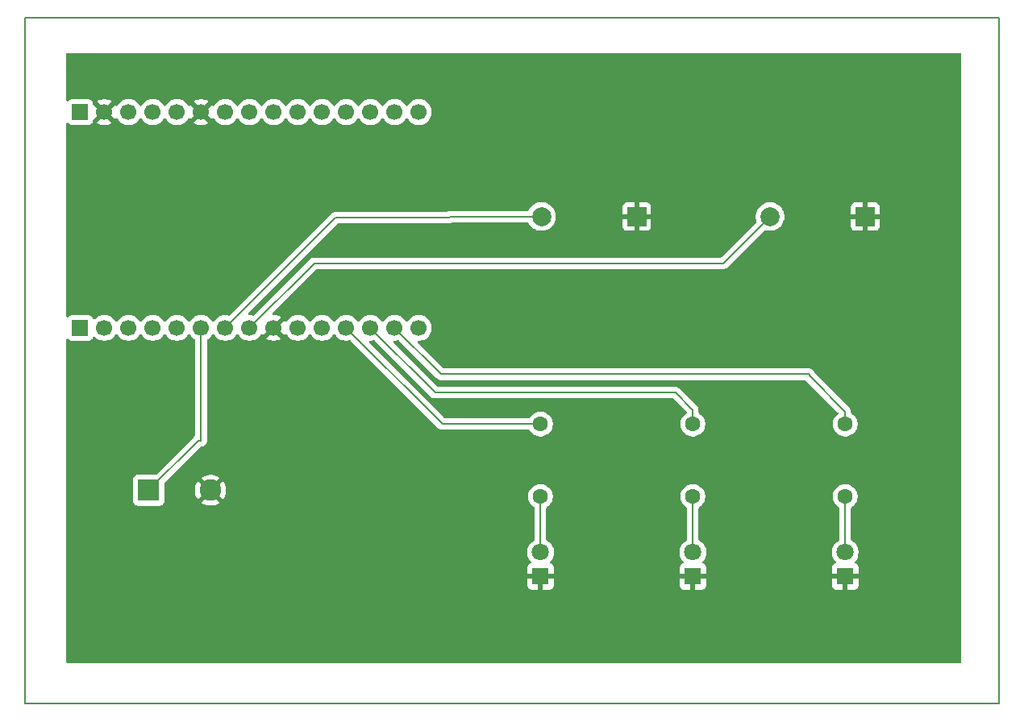
<source format=gbr>
%TF.GenerationSoftware,KiCad,Pcbnew,9.0.7*%
%TF.CreationDate,2026-01-03T23:35:48+01:00*%
%TF.ProjectId,Empfaenger,456d7066-6165-46e6-9765-722e6b696361,rev?*%
%TF.SameCoordinates,Original*%
%TF.FileFunction,Copper,L2,Bot*%
%TF.FilePolarity,Positive*%
%FSLAX46Y46*%
G04 Gerber Fmt 4.6, Leading zero omitted, Abs format (unit mm)*
G04 Created by KiCad (PCBNEW 9.0.7) date 2026-01-03 23:35:48*
%MOMM*%
%LPD*%
G01*
G04 APERTURE LIST*
%TA.AperFunction,NonConductor*%
%ADD10C,0.200000*%
%TD*%
%TA.AperFunction,ComponentPad*%
%ADD11C,2.000000*%
%TD*%
%TA.AperFunction,ComponentPad*%
%ADD12R,2.000000X2.000000*%
%TD*%
%TA.AperFunction,ComponentPad*%
%ADD13R,2.250000X2.250000*%
%TD*%
%TA.AperFunction,ComponentPad*%
%ADD14C,2.250000*%
%TD*%
%TA.AperFunction,ComponentPad*%
%ADD15C,1.800000*%
%TD*%
%TA.AperFunction,ComponentPad*%
%ADD16R,1.800000X1.800000*%
%TD*%
%TA.AperFunction,ComponentPad*%
%ADD17C,1.600000*%
%TD*%
%TA.AperFunction,ComponentPad*%
%ADD18R,1.700000X1.700000*%
%TD*%
%TA.AperFunction,ComponentPad*%
%ADD19C,1.700000*%
%TD*%
%TA.AperFunction,Conductor*%
%ADD20C,0.200000*%
%TD*%
G04 APERTURE END LIST*
D10*
X13800000Y-8900000D02*
X116000000Y-8900000D01*
X116000000Y-81000000D01*
X13800000Y-81000000D01*
X13800000Y-8900000D01*
D11*
%TO.P,BZ1,2,-*%
%TO.N,Net-(BZ1--)*%
X68000000Y-29800000D03*
D12*
%TO.P,BZ1,1,+*%
%TO.N,GND*%
X78000000Y-29800000D03*
%TD*%
D13*
%TO.P,SW1,1,1*%
%TO.N,Net-(J1-Pin_6)*%
X26750000Y-58550000D03*
D14*
%TO.P,SW1,2,2*%
%TO.N,GND*%
X33250000Y-58550000D03*
%TD*%
D15*
%TO.P,D1,2,A*%
%TO.N,Net-(D1-A)*%
X99900000Y-65060000D03*
D16*
%TO.P,D1,1,K*%
%TO.N,GND*%
X99900000Y-67600000D03*
%TD*%
D17*
%TO.P,R1,2*%
%TO.N,Net-(D1-A)*%
X99900000Y-59220000D03*
%TO.P,R1,1*%
%TO.N,Net-(J1-Pin_14)*%
X99900000Y-51600000D03*
%TD*%
%TO.P,R3,1*%
%TO.N,Net-(J1-Pin_12)*%
X67900000Y-51600000D03*
%TO.P,R3,2*%
%TO.N,Net-(D3-A)*%
X67900000Y-59220000D03*
%TD*%
%TO.P,R2,1*%
%TO.N,Net-(J1-Pin_13)*%
X83900000Y-51600000D03*
%TO.P,R2,2*%
%TO.N,Net-(D2-A)*%
X83900000Y-59220000D03*
%TD*%
D18*
%TO.P,J2,1,Pin_1*%
%TO.N,unconnected-(J2-Pin_1-Pad1)*%
X19560000Y-18820000D03*
D19*
%TO.P,J2,2,Pin_2*%
%TO.N,GND*%
X22100000Y-18820000D03*
%TO.P,J2,3,Pin_3*%
%TO.N,unconnected-(J2-Pin_3-Pad3)*%
X24640000Y-18820000D03*
%TO.P,J2,4,Pin_4*%
%TO.N,unconnected-(J2-Pin_4-Pad4)*%
X27180000Y-18820000D03*
%TO.P,J2,5,Pin_5*%
%TO.N,unconnected-(J2-Pin_5-Pad5)*%
X29720000Y-18820000D03*
%TO.P,J2,6,Pin_6*%
%TO.N,GND*%
X32260000Y-18820000D03*
%TO.P,J2,7,Pin_7*%
%TO.N,unconnected-(J2-Pin_7-Pad7)*%
X34800000Y-18820000D03*
%TO.P,J2,8,Pin_8*%
%TO.N,unconnected-(J2-Pin_8-Pad8)*%
X37340000Y-18820000D03*
%TO.P,J2,9,Pin_9*%
%TO.N,unconnected-(J2-Pin_9-Pad9)*%
X39880000Y-18820000D03*
%TO.P,J2,10,Pin_10*%
%TO.N,unconnected-(J2-Pin_10-Pad10)*%
X42420000Y-18820000D03*
%TO.P,J2,11,Pin_11*%
%TO.N,unconnected-(J2-Pin_11-Pad11)*%
X44960000Y-18820000D03*
%TO.P,J2,12,Pin_12*%
%TO.N,unconnected-(J2-Pin_12-Pad12)*%
X47500000Y-18820000D03*
%TO.P,J2,13,Pin_13*%
%TO.N,unconnected-(J2-Pin_13-Pad13)*%
X50040000Y-18820000D03*
%TO.P,J2,14,Pin_14*%
%TO.N,unconnected-(J2-Pin_14-Pad14)*%
X52580000Y-18820000D03*
%TO.P,J2,15,Pin_15*%
%TO.N,unconnected-(J2-Pin_15-Pad15)*%
X55120000Y-18820000D03*
%TD*%
D18*
%TO.P,J1,1,Pin_1*%
%TO.N,unconnected-(J1-Pin_1-Pad1)*%
X19560000Y-41500000D03*
D19*
%TO.P,J1,2,Pin_2*%
%TO.N,unconnected-(J1-Pin_2-Pad2)*%
X22100000Y-41500000D03*
%TO.P,J1,3,Pin_3*%
%TO.N,unconnected-(J1-Pin_3-Pad3)*%
X24640000Y-41500000D03*
%TO.P,J1,4,Pin_4*%
%TO.N,unconnected-(J1-Pin_4-Pad4)*%
X27180000Y-41500000D03*
%TO.P,J1,5,Pin_5*%
%TO.N,unconnected-(J1-Pin_5-Pad5)*%
X29720000Y-41500000D03*
%TO.P,J1,6,Pin_6*%
%TO.N,Net-(J1-Pin_6)*%
X32260000Y-41500000D03*
%TO.P,J1,7,Pin_7*%
%TO.N,Net-(BZ1--)*%
X34800000Y-41500000D03*
%TO.P,J1,8,Pin_8*%
%TO.N,Net-(BZ2--)*%
X37340000Y-41500000D03*
%TO.P,J1,9,Pin_9*%
%TO.N,GND*%
X39880000Y-41500000D03*
%TO.P,J1,10,Pin_10*%
%TO.N,unconnected-(J1-Pin_10-Pad10)*%
X42420000Y-41500000D03*
%TO.P,J1,11,Pin_11*%
%TO.N,unconnected-(J1-Pin_11-Pad11)*%
X44960000Y-41500000D03*
%TO.P,J1,12,Pin_12*%
%TO.N,Net-(J1-Pin_12)*%
X47500000Y-41500000D03*
%TO.P,J1,13,Pin_13*%
%TO.N,Net-(J1-Pin_13)*%
X50040000Y-41500000D03*
%TO.P,J1,14,Pin_14*%
%TO.N,Net-(J1-Pin_14)*%
X52580000Y-41500000D03*
%TO.P,J1,15,Pin_15*%
%TO.N,unconnected-(J1-Pin_15-Pad15)*%
X55120000Y-41500000D03*
%TD*%
D16*
%TO.P,D3,1,K*%
%TO.N,GND*%
X67900000Y-67600000D03*
D15*
%TO.P,D3,2,A*%
%TO.N,Net-(D3-A)*%
X67900000Y-65060000D03*
%TD*%
D16*
%TO.P,D2,1,K*%
%TO.N,GND*%
X83900000Y-67600000D03*
D15*
%TO.P,D2,2,A*%
%TO.N,Net-(D2-A)*%
X83900000Y-65060000D03*
%TD*%
D12*
%TO.P,BZ2,1,+*%
%TO.N,GND*%
X102000000Y-29800000D03*
D11*
%TO.P,BZ2,2,-*%
%TO.N,Net-(BZ2--)*%
X92000000Y-29800000D03*
%TD*%
D20*
%TO.N,Net-(BZ2--)*%
X44140000Y-34700000D02*
X87100000Y-34700000D01*
X87100000Y-34700000D02*
X92000000Y-29800000D01*
X37340000Y-41500000D02*
X44140000Y-34700000D01*
%TO.N,Net-(D3-A)*%
X67900000Y-59220000D02*
X67900000Y-65060000D01*
%TO.N,Net-(D2-A)*%
X83900000Y-59220000D02*
X83900000Y-65060000D01*
%TO.N,Net-(D1-A)*%
X99900000Y-59220000D02*
X99900000Y-65060000D01*
%TO.N,Net-(J1-Pin_14)*%
X99900000Y-50300000D02*
X99900000Y-51600000D01*
X96105114Y-46371439D02*
X96105114Y-46505114D01*
X57451439Y-46371439D02*
X96105114Y-46371439D01*
X96105114Y-46505114D02*
X99900000Y-50300000D01*
X52580000Y-41500000D02*
X57451439Y-46371439D01*
%TO.N,Net-(J1-Pin_13)*%
X83900000Y-50100000D02*
X83900000Y-51600000D01*
X56840000Y-48300000D02*
X82100000Y-48300000D01*
X50040000Y-41500000D02*
X56840000Y-48300000D01*
X82100000Y-48300000D02*
X83900000Y-50100000D01*
%TO.N,Net-(J1-Pin_12)*%
X57600000Y-51600000D02*
X67900000Y-51600000D01*
X47500000Y-41500000D02*
X57600000Y-51600000D01*
%TO.N,Net-(BZ1--)*%
X58400000Y-29800000D02*
X68000000Y-29800000D01*
X58300000Y-29900000D02*
X58400000Y-29800000D01*
X46400000Y-29900000D02*
X58300000Y-29900000D01*
X34800000Y-41500000D02*
X46400000Y-29900000D01*
%TO.N,Net-(J1-Pin_6)*%
X31940000Y-53360000D02*
X26750000Y-58550000D01*
X32260000Y-53360000D02*
X31940000Y-53360000D01*
X32260000Y-41500000D02*
X32260000Y-53360000D01*
%TO.N,GND*%
X33250000Y-58250000D02*
X33500000Y-58000000D01*
X33250000Y-58550000D02*
X33250000Y-57750000D01*
X33250000Y-57750000D02*
X33400000Y-57600000D01*
X33250000Y-58550000D02*
X33250000Y-58250000D01*
%TD*%
%TA.AperFunction,Conductor*%
%TO.N,GND*%
G36*
X112042539Y-12620185D02*
G01*
X112088294Y-12672989D01*
X112099500Y-12724500D01*
X112099500Y-76575500D01*
X112079815Y-76642539D01*
X112027011Y-76688294D01*
X111975500Y-76699500D01*
X18224500Y-76699500D01*
X18157461Y-76679815D01*
X18111706Y-76627011D01*
X18100500Y-76575500D01*
X18100500Y-64949778D01*
X66499500Y-64949778D01*
X66499500Y-65170221D01*
X66533985Y-65387952D01*
X66602103Y-65597603D01*
X66602104Y-65597606D01*
X66702187Y-65794025D01*
X66831752Y-65972358D01*
X66831756Y-65972363D01*
X66882316Y-66022923D01*
X66915801Y-66084246D01*
X66910817Y-66153938D01*
X66868945Y-66209871D01*
X66837969Y-66226785D01*
X66757918Y-66256643D01*
X66757906Y-66256649D01*
X66642812Y-66342809D01*
X66642809Y-66342812D01*
X66556649Y-66457906D01*
X66556645Y-66457913D01*
X66506403Y-66592620D01*
X66506401Y-66592627D01*
X66500000Y-66652155D01*
X66500000Y-67350000D01*
X67524722Y-67350000D01*
X67480667Y-67426306D01*
X67450000Y-67540756D01*
X67450000Y-67659244D01*
X67480667Y-67773694D01*
X67524722Y-67850000D01*
X66500000Y-67850000D01*
X66500000Y-68547844D01*
X66506401Y-68607372D01*
X66506403Y-68607379D01*
X66556645Y-68742086D01*
X66556649Y-68742093D01*
X66642809Y-68857187D01*
X66642812Y-68857190D01*
X66757906Y-68943350D01*
X66757913Y-68943354D01*
X66892620Y-68993596D01*
X66892627Y-68993598D01*
X66952155Y-68999999D01*
X66952172Y-69000000D01*
X67650000Y-69000000D01*
X67650000Y-67975277D01*
X67726306Y-68019333D01*
X67840756Y-68050000D01*
X67959244Y-68050000D01*
X68073694Y-68019333D01*
X68150000Y-67975277D01*
X68150000Y-69000000D01*
X68847828Y-69000000D01*
X68847844Y-68999999D01*
X68907372Y-68993598D01*
X68907379Y-68993596D01*
X69042086Y-68943354D01*
X69042093Y-68943350D01*
X69157187Y-68857190D01*
X69157190Y-68857187D01*
X69243350Y-68742093D01*
X69243354Y-68742086D01*
X69293596Y-68607379D01*
X69293598Y-68607372D01*
X69299999Y-68547844D01*
X69300000Y-68547827D01*
X69300000Y-67850000D01*
X68275278Y-67850000D01*
X68319333Y-67773694D01*
X68350000Y-67659244D01*
X68350000Y-67540756D01*
X68319333Y-67426306D01*
X68275278Y-67350000D01*
X69300000Y-67350000D01*
X69300000Y-66652172D01*
X69299999Y-66652155D01*
X69293598Y-66592627D01*
X69293596Y-66592620D01*
X69243354Y-66457913D01*
X69243350Y-66457906D01*
X69157190Y-66342812D01*
X69157187Y-66342809D01*
X69042093Y-66256649D01*
X69042087Y-66256646D01*
X68962030Y-66226786D01*
X68906097Y-66184914D01*
X68881680Y-66119450D01*
X68896532Y-66051177D01*
X68917681Y-66022925D01*
X68968242Y-65972365D01*
X69097815Y-65794022D01*
X69197895Y-65597606D01*
X69266015Y-65387951D01*
X69300500Y-65170222D01*
X69300500Y-64949778D01*
X82499500Y-64949778D01*
X82499500Y-65170221D01*
X82533985Y-65387952D01*
X82602103Y-65597603D01*
X82602104Y-65597606D01*
X82702187Y-65794025D01*
X82831752Y-65972358D01*
X82831756Y-65972363D01*
X82882316Y-66022923D01*
X82915801Y-66084246D01*
X82910817Y-66153938D01*
X82868945Y-66209871D01*
X82837969Y-66226785D01*
X82757918Y-66256643D01*
X82757906Y-66256649D01*
X82642812Y-66342809D01*
X82642809Y-66342812D01*
X82556649Y-66457906D01*
X82556645Y-66457913D01*
X82506403Y-66592620D01*
X82506401Y-66592627D01*
X82500000Y-66652155D01*
X82500000Y-67350000D01*
X83524722Y-67350000D01*
X83480667Y-67426306D01*
X83450000Y-67540756D01*
X83450000Y-67659244D01*
X83480667Y-67773694D01*
X83524722Y-67850000D01*
X82500000Y-67850000D01*
X82500000Y-68547844D01*
X82506401Y-68607372D01*
X82506403Y-68607379D01*
X82556645Y-68742086D01*
X82556649Y-68742093D01*
X82642809Y-68857187D01*
X82642812Y-68857190D01*
X82757906Y-68943350D01*
X82757913Y-68943354D01*
X82892620Y-68993596D01*
X82892627Y-68993598D01*
X82952155Y-68999999D01*
X82952172Y-69000000D01*
X83650000Y-69000000D01*
X83650000Y-67975277D01*
X83726306Y-68019333D01*
X83840756Y-68050000D01*
X83959244Y-68050000D01*
X84073694Y-68019333D01*
X84150000Y-67975277D01*
X84150000Y-69000000D01*
X84847828Y-69000000D01*
X84847844Y-68999999D01*
X84907372Y-68993598D01*
X84907379Y-68993596D01*
X85042086Y-68943354D01*
X85042093Y-68943350D01*
X85157187Y-68857190D01*
X85157190Y-68857187D01*
X85243350Y-68742093D01*
X85243354Y-68742086D01*
X85293596Y-68607379D01*
X85293598Y-68607372D01*
X85299999Y-68547844D01*
X85300000Y-68547827D01*
X85300000Y-67850000D01*
X84275278Y-67850000D01*
X84319333Y-67773694D01*
X84350000Y-67659244D01*
X84350000Y-67540756D01*
X84319333Y-67426306D01*
X84275278Y-67350000D01*
X85300000Y-67350000D01*
X85300000Y-66652172D01*
X85299999Y-66652155D01*
X85293598Y-66592627D01*
X85293596Y-66592620D01*
X85243354Y-66457913D01*
X85243350Y-66457906D01*
X85157190Y-66342812D01*
X85157187Y-66342809D01*
X85042093Y-66256649D01*
X85042087Y-66256646D01*
X84962030Y-66226786D01*
X84906097Y-66184914D01*
X84881680Y-66119450D01*
X84896532Y-66051177D01*
X84917681Y-66022925D01*
X84968242Y-65972365D01*
X85097815Y-65794022D01*
X85197895Y-65597606D01*
X85266015Y-65387951D01*
X85300500Y-65170222D01*
X85300500Y-64949778D01*
X98499500Y-64949778D01*
X98499500Y-65170221D01*
X98533985Y-65387952D01*
X98602103Y-65597603D01*
X98602104Y-65597606D01*
X98702187Y-65794025D01*
X98831752Y-65972358D01*
X98831756Y-65972363D01*
X98882316Y-66022923D01*
X98915801Y-66084246D01*
X98910817Y-66153938D01*
X98868945Y-66209871D01*
X98837969Y-66226785D01*
X98757918Y-66256643D01*
X98757906Y-66256649D01*
X98642812Y-66342809D01*
X98642809Y-66342812D01*
X98556649Y-66457906D01*
X98556645Y-66457913D01*
X98506403Y-66592620D01*
X98506401Y-66592627D01*
X98500000Y-66652155D01*
X98500000Y-67350000D01*
X99524722Y-67350000D01*
X99480667Y-67426306D01*
X99450000Y-67540756D01*
X99450000Y-67659244D01*
X99480667Y-67773694D01*
X99524722Y-67850000D01*
X98500000Y-67850000D01*
X98500000Y-68547844D01*
X98506401Y-68607372D01*
X98506403Y-68607379D01*
X98556645Y-68742086D01*
X98556649Y-68742093D01*
X98642809Y-68857187D01*
X98642812Y-68857190D01*
X98757906Y-68943350D01*
X98757913Y-68943354D01*
X98892620Y-68993596D01*
X98892627Y-68993598D01*
X98952155Y-68999999D01*
X98952172Y-69000000D01*
X99650000Y-69000000D01*
X99650000Y-67975277D01*
X99726306Y-68019333D01*
X99840756Y-68050000D01*
X99959244Y-68050000D01*
X100073694Y-68019333D01*
X100150000Y-67975277D01*
X100150000Y-69000000D01*
X100847828Y-69000000D01*
X100847844Y-68999999D01*
X100907372Y-68993598D01*
X100907379Y-68993596D01*
X101042086Y-68943354D01*
X101042093Y-68943350D01*
X101157187Y-68857190D01*
X101157190Y-68857187D01*
X101243350Y-68742093D01*
X101243354Y-68742086D01*
X101293596Y-68607379D01*
X101293598Y-68607372D01*
X101299999Y-68547844D01*
X101300000Y-68547827D01*
X101300000Y-67850000D01*
X100275278Y-67850000D01*
X100319333Y-67773694D01*
X100350000Y-67659244D01*
X100350000Y-67540756D01*
X100319333Y-67426306D01*
X100275278Y-67350000D01*
X101300000Y-67350000D01*
X101300000Y-66652172D01*
X101299999Y-66652155D01*
X101293598Y-66592627D01*
X101293596Y-66592620D01*
X101243354Y-66457913D01*
X101243350Y-66457906D01*
X101157190Y-66342812D01*
X101157187Y-66342809D01*
X101042093Y-66256649D01*
X101042087Y-66256646D01*
X100962030Y-66226786D01*
X100906097Y-66184914D01*
X100881680Y-66119450D01*
X100896532Y-66051177D01*
X100917681Y-66022925D01*
X100968242Y-65972365D01*
X101097815Y-65794022D01*
X101197895Y-65597606D01*
X101266015Y-65387951D01*
X101300500Y-65170222D01*
X101300500Y-64949778D01*
X101266015Y-64732049D01*
X101197895Y-64522394D01*
X101197895Y-64522393D01*
X101163237Y-64454375D01*
X101097815Y-64325978D01*
X101081260Y-64303192D01*
X100968247Y-64147641D01*
X100968243Y-64147636D01*
X100812363Y-63991756D01*
X100812358Y-63991752D01*
X100634023Y-63862185D01*
X100568204Y-63828648D01*
X100517409Y-63780674D01*
X100500500Y-63718164D01*
X100500500Y-60449601D01*
X100520185Y-60382562D01*
X100568206Y-60339116D01*
X100581610Y-60332287D01*
X100747219Y-60211966D01*
X100891966Y-60067219D01*
X100891968Y-60067215D01*
X100891971Y-60067213D01*
X101000862Y-59917335D01*
X101012287Y-59901610D01*
X101105220Y-59719219D01*
X101168477Y-59524534D01*
X101200500Y-59322352D01*
X101200500Y-59117648D01*
X101168477Y-58915466D01*
X101164606Y-58903553D01*
X101105218Y-58720776D01*
X101050822Y-58614019D01*
X101012287Y-58538390D01*
X100974210Y-58485981D01*
X100891971Y-58372786D01*
X100747213Y-58228028D01*
X100581613Y-58107715D01*
X100581612Y-58107714D01*
X100581610Y-58107713D01*
X100524653Y-58078691D01*
X100399223Y-58014781D01*
X100204534Y-57951522D01*
X100029995Y-57923878D01*
X100002352Y-57919500D01*
X99797648Y-57919500D01*
X99773329Y-57923351D01*
X99595465Y-57951522D01*
X99400776Y-58014781D01*
X99218386Y-58107715D01*
X99052786Y-58228028D01*
X98908028Y-58372786D01*
X98787715Y-58538386D01*
X98694781Y-58720776D01*
X98631522Y-58915465D01*
X98599500Y-59117648D01*
X98599500Y-59322351D01*
X98631522Y-59524534D01*
X98694781Y-59719223D01*
X98787715Y-59901613D01*
X98908028Y-60067213D01*
X98908034Y-60067219D01*
X99052781Y-60211966D01*
X99218390Y-60332287D01*
X99231793Y-60339116D01*
X99282589Y-60387088D01*
X99299500Y-60449601D01*
X99299500Y-63718164D01*
X99279815Y-63785203D01*
X99231796Y-63828648D01*
X99165976Y-63862185D01*
X98987641Y-63991752D01*
X98987636Y-63991756D01*
X98831756Y-64147636D01*
X98831752Y-64147641D01*
X98702187Y-64325974D01*
X98602104Y-64522393D01*
X98602103Y-64522396D01*
X98533985Y-64732047D01*
X98499500Y-64949778D01*
X85300500Y-64949778D01*
X85266015Y-64732049D01*
X85197895Y-64522394D01*
X85197895Y-64522393D01*
X85163237Y-64454375D01*
X85097815Y-64325978D01*
X85081260Y-64303192D01*
X84968247Y-64147641D01*
X84968243Y-64147636D01*
X84812363Y-63991756D01*
X84812358Y-63991752D01*
X84634023Y-63862185D01*
X84568204Y-63828648D01*
X84517409Y-63780674D01*
X84500500Y-63718164D01*
X84500500Y-60449601D01*
X84520185Y-60382562D01*
X84568206Y-60339116D01*
X84581610Y-60332287D01*
X84747219Y-60211966D01*
X84891966Y-60067219D01*
X84891968Y-60067215D01*
X84891971Y-60067213D01*
X85000862Y-59917335D01*
X85012287Y-59901610D01*
X85105220Y-59719219D01*
X85168477Y-59524534D01*
X85200500Y-59322352D01*
X85200500Y-59117648D01*
X85168477Y-58915466D01*
X85164606Y-58903553D01*
X85105218Y-58720776D01*
X85050822Y-58614019D01*
X85012287Y-58538390D01*
X84974210Y-58485981D01*
X84891971Y-58372786D01*
X84747213Y-58228028D01*
X84581613Y-58107715D01*
X84581612Y-58107714D01*
X84581610Y-58107713D01*
X84524653Y-58078691D01*
X84399223Y-58014781D01*
X84204534Y-57951522D01*
X84029995Y-57923878D01*
X84002352Y-57919500D01*
X83797648Y-57919500D01*
X83773329Y-57923351D01*
X83595465Y-57951522D01*
X83400776Y-58014781D01*
X83218386Y-58107715D01*
X83052786Y-58228028D01*
X82908028Y-58372786D01*
X82787715Y-58538386D01*
X82694781Y-58720776D01*
X82631522Y-58915465D01*
X82599500Y-59117648D01*
X82599500Y-59322351D01*
X82631522Y-59524534D01*
X82694781Y-59719223D01*
X82787715Y-59901613D01*
X82908028Y-60067213D01*
X82908034Y-60067219D01*
X83052781Y-60211966D01*
X83218390Y-60332287D01*
X83231793Y-60339116D01*
X83282589Y-60387088D01*
X83299500Y-60449601D01*
X83299500Y-63718164D01*
X83279815Y-63785203D01*
X83231796Y-63828648D01*
X83165976Y-63862185D01*
X82987641Y-63991752D01*
X82987636Y-63991756D01*
X82831756Y-64147636D01*
X82831752Y-64147641D01*
X82702187Y-64325974D01*
X82602104Y-64522393D01*
X82602103Y-64522396D01*
X82533985Y-64732047D01*
X82499500Y-64949778D01*
X69300500Y-64949778D01*
X69266015Y-64732049D01*
X69197895Y-64522394D01*
X69197895Y-64522393D01*
X69163237Y-64454375D01*
X69097815Y-64325978D01*
X69081260Y-64303192D01*
X68968247Y-64147641D01*
X68968243Y-64147636D01*
X68812363Y-63991756D01*
X68812358Y-63991752D01*
X68634023Y-63862185D01*
X68568204Y-63828648D01*
X68517409Y-63780674D01*
X68500500Y-63718164D01*
X68500500Y-60449601D01*
X68520185Y-60382562D01*
X68568206Y-60339116D01*
X68581610Y-60332287D01*
X68747219Y-60211966D01*
X68891966Y-60067219D01*
X68891968Y-60067215D01*
X68891971Y-60067213D01*
X69000862Y-59917335D01*
X69012287Y-59901610D01*
X69105220Y-59719219D01*
X69168477Y-59524534D01*
X69200500Y-59322352D01*
X69200500Y-59117648D01*
X69168477Y-58915466D01*
X69164606Y-58903553D01*
X69105218Y-58720776D01*
X69050822Y-58614019D01*
X69012287Y-58538390D01*
X68974210Y-58485981D01*
X68891971Y-58372786D01*
X68747213Y-58228028D01*
X68581613Y-58107715D01*
X68581612Y-58107714D01*
X68581610Y-58107713D01*
X68524653Y-58078691D01*
X68399223Y-58014781D01*
X68204534Y-57951522D01*
X68029995Y-57923878D01*
X68002352Y-57919500D01*
X67797648Y-57919500D01*
X67773329Y-57923351D01*
X67595465Y-57951522D01*
X67400776Y-58014781D01*
X67218386Y-58107715D01*
X67052786Y-58228028D01*
X66908028Y-58372786D01*
X66787715Y-58538386D01*
X66694781Y-58720776D01*
X66631522Y-58915465D01*
X66599500Y-59117648D01*
X66599500Y-59322351D01*
X66631522Y-59524534D01*
X66694781Y-59719223D01*
X66787715Y-59901613D01*
X66908028Y-60067213D01*
X66908034Y-60067219D01*
X67052781Y-60211966D01*
X67218390Y-60332287D01*
X67231793Y-60339116D01*
X67282589Y-60387088D01*
X67299500Y-60449601D01*
X67299500Y-63718164D01*
X67279815Y-63785203D01*
X67231796Y-63828648D01*
X67165976Y-63862185D01*
X66987641Y-63991752D01*
X66987636Y-63991756D01*
X66831756Y-64147636D01*
X66831752Y-64147641D01*
X66702187Y-64325974D01*
X66602104Y-64522393D01*
X66602103Y-64522396D01*
X66533985Y-64732047D01*
X66499500Y-64949778D01*
X18100500Y-64949778D01*
X18100500Y-42743535D01*
X18120185Y-42676496D01*
X18172989Y-42630741D01*
X18242147Y-42620797D01*
X18305703Y-42649822D01*
X18323762Y-42669219D01*
X18352454Y-42707546D01*
X18352455Y-42707546D01*
X18352456Y-42707548D01*
X18467664Y-42793793D01*
X18467671Y-42793797D01*
X18602517Y-42844091D01*
X18602516Y-42844091D01*
X18609444Y-42844835D01*
X18662127Y-42850500D01*
X20457872Y-42850499D01*
X20517483Y-42844091D01*
X20652331Y-42793796D01*
X20767546Y-42707546D01*
X20853796Y-42592331D01*
X20902810Y-42460916D01*
X20944681Y-42404984D01*
X21010145Y-42380566D01*
X21078418Y-42395417D01*
X21106673Y-42416569D01*
X21220213Y-42530109D01*
X21392179Y-42655048D01*
X21392181Y-42655049D01*
X21392184Y-42655051D01*
X21581588Y-42751557D01*
X21783757Y-42817246D01*
X21993713Y-42850500D01*
X21993714Y-42850500D01*
X22206286Y-42850500D01*
X22206287Y-42850500D01*
X22416243Y-42817246D01*
X22618412Y-42751557D01*
X22807816Y-42655051D01*
X22894138Y-42592335D01*
X22979786Y-42530109D01*
X22979788Y-42530106D01*
X22979792Y-42530104D01*
X23130104Y-42379792D01*
X23130106Y-42379788D01*
X23130109Y-42379786D01*
X23255048Y-42207820D01*
X23255047Y-42207820D01*
X23255051Y-42207816D01*
X23259514Y-42199054D01*
X23307488Y-42148259D01*
X23375308Y-42131463D01*
X23441444Y-42153999D01*
X23480486Y-42199056D01*
X23484951Y-42207820D01*
X23609890Y-42379786D01*
X23760213Y-42530109D01*
X23932179Y-42655048D01*
X23932181Y-42655049D01*
X23932184Y-42655051D01*
X24121588Y-42751557D01*
X24323757Y-42817246D01*
X24533713Y-42850500D01*
X24533714Y-42850500D01*
X24746286Y-42850500D01*
X24746287Y-42850500D01*
X24956243Y-42817246D01*
X25158412Y-42751557D01*
X25347816Y-42655051D01*
X25434138Y-42592335D01*
X25519786Y-42530109D01*
X25519788Y-42530106D01*
X25519792Y-42530104D01*
X25670104Y-42379792D01*
X25670106Y-42379788D01*
X25670109Y-42379786D01*
X25795048Y-42207820D01*
X25795047Y-42207820D01*
X25795051Y-42207816D01*
X25799514Y-42199054D01*
X25847488Y-42148259D01*
X25915308Y-42131463D01*
X25981444Y-42153999D01*
X26020486Y-42199056D01*
X26024951Y-42207820D01*
X26149890Y-42379786D01*
X26300213Y-42530109D01*
X26472179Y-42655048D01*
X26472181Y-42655049D01*
X26472184Y-42655051D01*
X26661588Y-42751557D01*
X26863757Y-42817246D01*
X27073713Y-42850500D01*
X27073714Y-42850500D01*
X27286286Y-42850500D01*
X27286287Y-42850500D01*
X27496243Y-42817246D01*
X27698412Y-42751557D01*
X27887816Y-42655051D01*
X27974138Y-42592335D01*
X28059786Y-42530109D01*
X28059788Y-42530106D01*
X28059792Y-42530104D01*
X28210104Y-42379792D01*
X28210106Y-42379788D01*
X28210109Y-42379786D01*
X28335048Y-42207820D01*
X28335047Y-42207820D01*
X28335051Y-42207816D01*
X28339514Y-42199054D01*
X28387488Y-42148259D01*
X28455308Y-42131463D01*
X28521444Y-42153999D01*
X28560486Y-42199056D01*
X28564951Y-42207820D01*
X28689890Y-42379786D01*
X28840213Y-42530109D01*
X29012179Y-42655048D01*
X29012181Y-42655049D01*
X29012184Y-42655051D01*
X29201588Y-42751557D01*
X29403757Y-42817246D01*
X29613713Y-42850500D01*
X29613714Y-42850500D01*
X29826286Y-42850500D01*
X29826287Y-42850500D01*
X30036243Y-42817246D01*
X30238412Y-42751557D01*
X30427816Y-42655051D01*
X30514138Y-42592335D01*
X30599786Y-42530109D01*
X30599788Y-42530106D01*
X30599792Y-42530104D01*
X30750104Y-42379792D01*
X30750106Y-42379788D01*
X30750109Y-42379786D01*
X30875048Y-42207820D01*
X30875047Y-42207820D01*
X30875051Y-42207816D01*
X30879514Y-42199054D01*
X30927488Y-42148259D01*
X30995308Y-42131463D01*
X31061444Y-42153999D01*
X31100486Y-42199056D01*
X31104951Y-42207820D01*
X31229890Y-42379786D01*
X31380213Y-42530109D01*
X31552184Y-42655051D01*
X31552184Y-42655052D01*
X31591793Y-42675233D01*
X31642590Y-42723206D01*
X31659500Y-42785718D01*
X31659500Y-52756957D01*
X31639815Y-52823996D01*
X31618238Y-52849317D01*
X31608648Y-52857907D01*
X31571284Y-52879480D01*
X31459480Y-52991284D01*
X31459478Y-52991286D01*
X31457078Y-52993685D01*
X31457069Y-52993694D01*
X27562582Y-56888181D01*
X27501259Y-56921666D01*
X27474901Y-56924500D01*
X25577129Y-56924500D01*
X25577123Y-56924501D01*
X25517516Y-56930908D01*
X25382671Y-56981202D01*
X25382664Y-56981206D01*
X25267455Y-57067452D01*
X25267452Y-57067455D01*
X25181206Y-57182664D01*
X25181202Y-57182671D01*
X25130908Y-57317517D01*
X25124501Y-57377116D01*
X25124500Y-57377135D01*
X25124500Y-59722870D01*
X25124501Y-59722876D01*
X25130908Y-59782483D01*
X25181202Y-59917328D01*
X25181206Y-59917335D01*
X25267452Y-60032544D01*
X25267455Y-60032547D01*
X25382664Y-60118793D01*
X25382671Y-60118797D01*
X25517517Y-60169091D01*
X25517516Y-60169091D01*
X25524444Y-60169835D01*
X25577127Y-60175500D01*
X27922872Y-60175499D01*
X27982483Y-60169091D01*
X28117331Y-60118796D01*
X28232546Y-60032546D01*
X28318796Y-59917331D01*
X28369091Y-59782483D01*
X28375500Y-59722873D01*
X28375499Y-58422110D01*
X31625000Y-58422110D01*
X31625000Y-58677889D01*
X31665013Y-58930523D01*
X31744051Y-59173781D01*
X31744052Y-59173784D01*
X31860175Y-59401686D01*
X31937850Y-59508595D01*
X31937850Y-59508596D01*
X32648958Y-58797487D01*
X32673978Y-58857890D01*
X32745112Y-58964351D01*
X32835649Y-59054888D01*
X32942110Y-59126022D01*
X33002510Y-59151041D01*
X32291402Y-59862148D01*
X32398313Y-59939824D01*
X32626215Y-60055947D01*
X32626218Y-60055948D01*
X32869476Y-60134986D01*
X33122111Y-60175000D01*
X33377889Y-60175000D01*
X33630523Y-60134986D01*
X33873781Y-60055948D01*
X33873784Y-60055947D01*
X34101685Y-59939825D01*
X34208595Y-59862148D01*
X34208596Y-59862148D01*
X33497488Y-59151041D01*
X33557890Y-59126022D01*
X33664351Y-59054888D01*
X33754888Y-58964351D01*
X33826022Y-58857890D01*
X33851041Y-58797488D01*
X34562148Y-59508596D01*
X34562148Y-59508595D01*
X34639825Y-59401685D01*
X34755947Y-59173784D01*
X34755948Y-59173781D01*
X34834986Y-58930523D01*
X34875000Y-58677889D01*
X34875000Y-58422110D01*
X34834986Y-58169476D01*
X34755948Y-57926218D01*
X34755947Y-57926215D01*
X34639824Y-57698313D01*
X34562148Y-57591403D01*
X34562148Y-57591402D01*
X33851041Y-58302510D01*
X33826022Y-58242110D01*
X33754888Y-58135649D01*
X33664351Y-58045112D01*
X33557890Y-57973978D01*
X33497487Y-57948957D01*
X34208596Y-57237850D01*
X34101686Y-57160175D01*
X33873784Y-57044052D01*
X33873781Y-57044051D01*
X33630523Y-56965013D01*
X33377889Y-56925000D01*
X33122111Y-56925000D01*
X32869476Y-56965013D01*
X32626218Y-57044051D01*
X32626215Y-57044052D01*
X32398310Y-57160177D01*
X32291403Y-57237849D01*
X32291402Y-57237850D01*
X33002511Y-57948958D01*
X32942110Y-57973978D01*
X32835649Y-58045112D01*
X32745112Y-58135649D01*
X32673978Y-58242110D01*
X32648958Y-58302511D01*
X31937850Y-57591402D01*
X31937849Y-57591403D01*
X31860177Y-57698310D01*
X31744052Y-57926215D01*
X31744051Y-57926218D01*
X31665013Y-58169476D01*
X31625000Y-58422110D01*
X28375499Y-58422110D01*
X28375499Y-57825095D01*
X28395184Y-57758057D01*
X28411813Y-57737420D01*
X32152416Y-53996819D01*
X32213739Y-53963334D01*
X32240097Y-53960500D01*
X32339055Y-53960500D01*
X32339057Y-53960500D01*
X32491784Y-53919577D01*
X32628716Y-53840520D01*
X32740520Y-53728716D01*
X32819577Y-53591784D01*
X32860500Y-53439057D01*
X32860500Y-42785718D01*
X32880185Y-42718679D01*
X32928207Y-42675233D01*
X32967815Y-42655052D01*
X32967815Y-42655051D01*
X32967816Y-42655051D01*
X33059193Y-42588661D01*
X33139786Y-42530109D01*
X33139788Y-42530106D01*
X33139792Y-42530104D01*
X33290104Y-42379792D01*
X33290106Y-42379788D01*
X33290109Y-42379786D01*
X33415048Y-42207820D01*
X33415047Y-42207820D01*
X33415051Y-42207816D01*
X33419514Y-42199054D01*
X33467488Y-42148259D01*
X33535308Y-42131463D01*
X33601444Y-42153999D01*
X33640486Y-42199056D01*
X33644951Y-42207820D01*
X33769890Y-42379786D01*
X33920213Y-42530109D01*
X34092179Y-42655048D01*
X34092181Y-42655049D01*
X34092184Y-42655051D01*
X34281588Y-42751557D01*
X34483757Y-42817246D01*
X34693713Y-42850500D01*
X34693714Y-42850500D01*
X34906286Y-42850500D01*
X34906287Y-42850500D01*
X35116243Y-42817246D01*
X35318412Y-42751557D01*
X35507816Y-42655051D01*
X35594138Y-42592335D01*
X35679786Y-42530109D01*
X35679788Y-42530106D01*
X35679792Y-42530104D01*
X35830104Y-42379792D01*
X35830106Y-42379788D01*
X35830109Y-42379786D01*
X35955048Y-42207820D01*
X35955047Y-42207820D01*
X35955051Y-42207816D01*
X35959514Y-42199054D01*
X36007488Y-42148259D01*
X36075308Y-42131463D01*
X36141444Y-42153999D01*
X36180486Y-42199056D01*
X36184951Y-42207820D01*
X36309890Y-42379786D01*
X36460213Y-42530109D01*
X36632179Y-42655048D01*
X36632181Y-42655049D01*
X36632184Y-42655051D01*
X36821588Y-42751557D01*
X37023757Y-42817246D01*
X37233713Y-42850500D01*
X37233714Y-42850500D01*
X37446286Y-42850500D01*
X37446287Y-42850500D01*
X37656243Y-42817246D01*
X37858412Y-42751557D01*
X38047816Y-42655051D01*
X38134138Y-42592335D01*
X38219786Y-42530109D01*
X38219788Y-42530106D01*
X38219792Y-42530104D01*
X38370104Y-42379792D01*
X38370106Y-42379788D01*
X38370109Y-42379786D01*
X38455890Y-42261717D01*
X38495051Y-42207816D01*
X38499793Y-42198508D01*
X38547763Y-42147711D01*
X38615583Y-42130911D01*
X38681719Y-42153445D01*
X38720763Y-42198500D01*
X38725373Y-42207547D01*
X38764728Y-42261716D01*
X39397037Y-41629408D01*
X39414075Y-41692993D01*
X39479901Y-41807007D01*
X39572993Y-41900099D01*
X39687007Y-41965925D01*
X39750590Y-41982962D01*
X39118282Y-42615269D01*
X39118282Y-42615270D01*
X39172449Y-42654624D01*
X39361782Y-42751095D01*
X39563870Y-42816757D01*
X39773754Y-42850000D01*
X39986246Y-42850000D01*
X40196127Y-42816757D01*
X40196130Y-42816757D01*
X40398217Y-42751095D01*
X40587554Y-42654622D01*
X40641716Y-42615270D01*
X40641717Y-42615270D01*
X40009408Y-41982962D01*
X40072993Y-41965925D01*
X40187007Y-41900099D01*
X40280099Y-41807007D01*
X40345925Y-41692993D01*
X40362962Y-41629408D01*
X40995270Y-42261717D01*
X40995270Y-42261716D01*
X41034622Y-42207555D01*
X41039232Y-42198507D01*
X41087205Y-42147709D01*
X41155025Y-42130912D01*
X41221161Y-42153447D01*
X41260204Y-42198504D01*
X41264949Y-42207817D01*
X41389890Y-42379786D01*
X41540213Y-42530109D01*
X41712179Y-42655048D01*
X41712181Y-42655049D01*
X41712184Y-42655051D01*
X41901588Y-42751557D01*
X42103757Y-42817246D01*
X42313713Y-42850500D01*
X42313714Y-42850500D01*
X42526286Y-42850500D01*
X42526287Y-42850500D01*
X42736243Y-42817246D01*
X42938412Y-42751557D01*
X43127816Y-42655051D01*
X43214138Y-42592335D01*
X43299786Y-42530109D01*
X43299788Y-42530106D01*
X43299792Y-42530104D01*
X43450104Y-42379792D01*
X43450106Y-42379788D01*
X43450109Y-42379786D01*
X43575048Y-42207820D01*
X43575047Y-42207820D01*
X43575051Y-42207816D01*
X43579514Y-42199054D01*
X43627488Y-42148259D01*
X43695308Y-42131463D01*
X43761444Y-42153999D01*
X43800486Y-42199056D01*
X43804951Y-42207820D01*
X43929890Y-42379786D01*
X44080213Y-42530109D01*
X44252179Y-42655048D01*
X44252181Y-42655049D01*
X44252184Y-42655051D01*
X44441588Y-42751557D01*
X44643757Y-42817246D01*
X44853713Y-42850500D01*
X44853714Y-42850500D01*
X45066286Y-42850500D01*
X45066287Y-42850500D01*
X45276243Y-42817246D01*
X45478412Y-42751557D01*
X45667816Y-42655051D01*
X45754138Y-42592335D01*
X45839786Y-42530109D01*
X45839788Y-42530106D01*
X45839792Y-42530104D01*
X45990104Y-42379792D01*
X45990106Y-42379788D01*
X45990109Y-42379786D01*
X46115048Y-42207820D01*
X46115047Y-42207820D01*
X46115051Y-42207816D01*
X46119514Y-42199054D01*
X46167488Y-42148259D01*
X46235308Y-42131463D01*
X46301444Y-42153999D01*
X46340486Y-42199056D01*
X46344951Y-42207820D01*
X46469890Y-42379786D01*
X46620213Y-42530109D01*
X46792179Y-42655048D01*
X46792181Y-42655049D01*
X46792184Y-42655051D01*
X46981588Y-42751557D01*
X47183757Y-42817246D01*
X47393713Y-42850500D01*
X47393714Y-42850500D01*
X47606286Y-42850500D01*
X47606287Y-42850500D01*
X47816243Y-42817246D01*
X47858523Y-42803507D01*
X47928362Y-42801511D01*
X47984522Y-42833757D01*
X57115139Y-51964374D01*
X57115149Y-51964385D01*
X57119479Y-51968715D01*
X57119480Y-51968716D01*
X57231284Y-52080520D01*
X57318095Y-52130639D01*
X57318097Y-52130641D01*
X57356151Y-52152611D01*
X57368215Y-52159577D01*
X57520943Y-52200501D01*
X57520946Y-52200501D01*
X57686653Y-52200501D01*
X57686669Y-52200500D01*
X66670398Y-52200500D01*
X66737437Y-52220185D01*
X66780883Y-52268205D01*
X66787715Y-52281614D01*
X66908028Y-52447213D01*
X67052786Y-52591971D01*
X67207749Y-52704556D01*
X67218390Y-52712287D01*
X67306060Y-52756957D01*
X67400776Y-52805218D01*
X67400778Y-52805218D01*
X67400781Y-52805220D01*
X67505137Y-52839127D01*
X67595465Y-52868477D01*
X67664935Y-52879480D01*
X67797648Y-52900500D01*
X67797649Y-52900500D01*
X68002351Y-52900500D01*
X68002352Y-52900500D01*
X68204534Y-52868477D01*
X68399219Y-52805220D01*
X68581610Y-52712287D01*
X68674590Y-52644732D01*
X68747213Y-52591971D01*
X68747215Y-52591968D01*
X68747219Y-52591966D01*
X68891966Y-52447219D01*
X68891968Y-52447215D01*
X68891971Y-52447213D01*
X68944732Y-52374590D01*
X69012287Y-52281610D01*
X69105220Y-52099219D01*
X69168477Y-51904534D01*
X69200500Y-51702352D01*
X69200500Y-51497648D01*
X69168477Y-51295466D01*
X69105220Y-51100781D01*
X69105218Y-51100778D01*
X69105218Y-51100776D01*
X69071503Y-51034607D01*
X69012287Y-50918390D01*
X69004556Y-50907749D01*
X68891971Y-50752786D01*
X68747213Y-50608028D01*
X68581613Y-50487715D01*
X68581612Y-50487714D01*
X68581610Y-50487713D01*
X68524653Y-50458691D01*
X68399223Y-50394781D01*
X68204534Y-50331522D01*
X68029995Y-50303878D01*
X68002352Y-50299500D01*
X67797648Y-50299500D01*
X67773329Y-50303351D01*
X67595465Y-50331522D01*
X67400776Y-50394781D01*
X67218386Y-50487715D01*
X67052786Y-50608028D01*
X66908028Y-50752786D01*
X66787715Y-50918385D01*
X66780883Y-50931795D01*
X66732909Y-50982591D01*
X66670398Y-50999500D01*
X57900097Y-50999500D01*
X57833058Y-50979815D01*
X57812416Y-50963181D01*
X49911416Y-43062181D01*
X49877931Y-43000858D01*
X49882915Y-42931166D01*
X49924787Y-42875233D01*
X49990251Y-42850816D01*
X49999097Y-42850500D01*
X50146286Y-42850500D01*
X50146287Y-42850500D01*
X50356243Y-42817246D01*
X50398523Y-42803507D01*
X50468362Y-42801511D01*
X50524522Y-42833757D01*
X56355139Y-48664374D01*
X56355149Y-48664385D01*
X56359479Y-48668715D01*
X56359480Y-48668716D01*
X56471284Y-48780520D01*
X56558095Y-48830639D01*
X56558097Y-48830641D01*
X56608213Y-48859576D01*
X56608215Y-48859577D01*
X56760942Y-48900500D01*
X56760943Y-48900500D01*
X81799903Y-48900500D01*
X81866942Y-48920185D01*
X81887584Y-48936819D01*
X83243630Y-50292865D01*
X83277115Y-50354188D01*
X83272131Y-50423880D01*
X83230259Y-50479813D01*
X83220738Y-50486274D01*
X83218385Y-50487715D01*
X83052786Y-50608028D01*
X82908028Y-50752786D01*
X82787715Y-50918386D01*
X82694781Y-51100776D01*
X82631522Y-51295465D01*
X82599500Y-51497648D01*
X82599500Y-51702351D01*
X82631522Y-51904534D01*
X82694781Y-52099223D01*
X82787715Y-52281613D01*
X82908028Y-52447213D01*
X83052786Y-52591971D01*
X83207749Y-52704556D01*
X83218390Y-52712287D01*
X83306060Y-52756957D01*
X83400776Y-52805218D01*
X83400778Y-52805218D01*
X83400781Y-52805220D01*
X83505137Y-52839127D01*
X83595465Y-52868477D01*
X83664935Y-52879480D01*
X83797648Y-52900500D01*
X83797649Y-52900500D01*
X84002351Y-52900500D01*
X84002352Y-52900500D01*
X84204534Y-52868477D01*
X84399219Y-52805220D01*
X84581610Y-52712287D01*
X84674590Y-52644732D01*
X84747213Y-52591971D01*
X84747215Y-52591968D01*
X84747219Y-52591966D01*
X84891966Y-52447219D01*
X84891968Y-52447215D01*
X84891971Y-52447213D01*
X84944732Y-52374590D01*
X85012287Y-52281610D01*
X85105220Y-52099219D01*
X85168477Y-51904534D01*
X85200500Y-51702352D01*
X85200500Y-51497648D01*
X85168477Y-51295466D01*
X85105220Y-51100781D01*
X85105218Y-51100778D01*
X85105218Y-51100776D01*
X85071503Y-51034607D01*
X85012287Y-50918390D01*
X85004556Y-50907749D01*
X84891971Y-50752786D01*
X84747213Y-50608028D01*
X84581610Y-50487712D01*
X84568200Y-50480879D01*
X84517406Y-50432903D01*
X84500500Y-50370397D01*
X84500500Y-50020945D01*
X84500500Y-50020943D01*
X84459577Y-49868216D01*
X84431440Y-49819480D01*
X84380524Y-49731290D01*
X84380521Y-49731286D01*
X84380520Y-49731284D01*
X84268716Y-49619480D01*
X84268715Y-49619479D01*
X84264385Y-49615149D01*
X84264374Y-49615139D01*
X82587590Y-47938355D01*
X82587588Y-47938352D01*
X82468717Y-47819481D01*
X82468716Y-47819480D01*
X82381904Y-47769360D01*
X82381904Y-47769359D01*
X82381900Y-47769358D01*
X82331785Y-47740423D01*
X82179057Y-47699499D01*
X82020943Y-47699499D01*
X82013347Y-47699499D01*
X82013331Y-47699500D01*
X57140097Y-47699500D01*
X57073058Y-47679815D01*
X57052416Y-47663181D01*
X52451416Y-43062181D01*
X52417931Y-43000858D01*
X52422915Y-42931166D01*
X52464787Y-42875233D01*
X52530251Y-42850816D01*
X52539097Y-42850500D01*
X52686286Y-42850500D01*
X52686287Y-42850500D01*
X52896243Y-42817246D01*
X52938523Y-42803507D01*
X53008362Y-42801511D01*
X53064522Y-42833757D01*
X56966578Y-46735813D01*
X56966588Y-46735824D01*
X56970918Y-46740154D01*
X56970919Y-46740155D01*
X57082723Y-46851959D01*
X57169534Y-46902078D01*
X57169536Y-46902080D01*
X57207590Y-46924050D01*
X57219654Y-46931016D01*
X57372382Y-46971939D01*
X57530496Y-46971939D01*
X95671342Y-46971939D01*
X95738381Y-46991624D01*
X95759023Y-47008258D01*
X99127362Y-50376597D01*
X99160847Y-50437920D01*
X99155863Y-50507612D01*
X99113991Y-50563545D01*
X99112567Y-50564596D01*
X99052782Y-50608032D01*
X98908028Y-50752786D01*
X98787715Y-50918386D01*
X98694781Y-51100776D01*
X98631522Y-51295465D01*
X98599500Y-51497648D01*
X98599500Y-51702351D01*
X98631522Y-51904534D01*
X98694781Y-52099223D01*
X98787715Y-52281613D01*
X98908028Y-52447213D01*
X99052786Y-52591971D01*
X99207749Y-52704556D01*
X99218390Y-52712287D01*
X99306060Y-52756957D01*
X99400776Y-52805218D01*
X99400778Y-52805218D01*
X99400781Y-52805220D01*
X99505137Y-52839127D01*
X99595465Y-52868477D01*
X99664935Y-52879480D01*
X99797648Y-52900500D01*
X99797649Y-52900500D01*
X100002351Y-52900500D01*
X100002352Y-52900500D01*
X100204534Y-52868477D01*
X100399219Y-52805220D01*
X100581610Y-52712287D01*
X100674590Y-52644732D01*
X100747213Y-52591971D01*
X100747215Y-52591968D01*
X100747219Y-52591966D01*
X100891966Y-52447219D01*
X100891968Y-52447215D01*
X100891971Y-52447213D01*
X100944732Y-52374590D01*
X101012287Y-52281610D01*
X101105220Y-52099219D01*
X101168477Y-51904534D01*
X101200500Y-51702352D01*
X101200500Y-51497648D01*
X101168477Y-51295466D01*
X101105220Y-51100781D01*
X101105218Y-51100778D01*
X101105218Y-51100776D01*
X101071503Y-51034607D01*
X101012287Y-50918390D01*
X101004556Y-50907749D01*
X100891971Y-50752786D01*
X100747213Y-50608028D01*
X100581610Y-50487712D01*
X100568200Y-50480879D01*
X100517406Y-50432903D01*
X100500500Y-50370397D01*
X100500500Y-50220945D01*
X100500500Y-50220943D01*
X100459577Y-50068216D01*
X100459577Y-50068215D01*
X100459577Y-50068214D01*
X100430639Y-50018095D01*
X100430637Y-50018092D01*
X100380520Y-49931284D01*
X100268716Y-49819480D01*
X100268715Y-49819479D01*
X100264385Y-49815149D01*
X100264374Y-49815139D01*
X96715930Y-46266695D01*
X96683836Y-46211107D01*
X96664691Y-46139655D01*
X96664687Y-46139648D01*
X96585638Y-46002729D01*
X96585632Y-46002721D01*
X96473831Y-45890920D01*
X96473823Y-45890914D01*
X96336904Y-45811865D01*
X96336900Y-45811863D01*
X96336898Y-45811862D01*
X96184171Y-45770939D01*
X96184170Y-45770939D01*
X57751536Y-45770939D01*
X57684497Y-45751254D01*
X57663855Y-45734620D01*
X54991416Y-43062181D01*
X54957931Y-43000858D01*
X54962915Y-42931166D01*
X55004787Y-42875233D01*
X55070251Y-42850816D01*
X55079097Y-42850500D01*
X55226286Y-42850500D01*
X55226287Y-42850500D01*
X55436243Y-42817246D01*
X55638412Y-42751557D01*
X55827816Y-42655051D01*
X55914138Y-42592335D01*
X55999786Y-42530109D01*
X55999788Y-42530106D01*
X55999792Y-42530104D01*
X56150104Y-42379792D01*
X56150106Y-42379788D01*
X56150109Y-42379786D01*
X56275048Y-42207820D01*
X56275047Y-42207820D01*
X56275051Y-42207816D01*
X56371557Y-42018412D01*
X56437246Y-41816243D01*
X56470500Y-41606287D01*
X56470500Y-41393713D01*
X56437246Y-41183757D01*
X56371557Y-40981588D01*
X56275051Y-40792184D01*
X56275049Y-40792181D01*
X56275048Y-40792179D01*
X56150109Y-40620213D01*
X55999786Y-40469890D01*
X55827820Y-40344951D01*
X55638414Y-40248444D01*
X55638413Y-40248443D01*
X55638412Y-40248443D01*
X55436243Y-40182754D01*
X55436241Y-40182753D01*
X55436240Y-40182753D01*
X55274957Y-40157208D01*
X55226287Y-40149500D01*
X55013713Y-40149500D01*
X54965042Y-40157208D01*
X54803760Y-40182753D01*
X54601585Y-40248444D01*
X54412179Y-40344951D01*
X54240213Y-40469890D01*
X54089890Y-40620213D01*
X53964949Y-40792182D01*
X53960484Y-40800946D01*
X53912509Y-40851742D01*
X53844688Y-40868536D01*
X53778553Y-40845998D01*
X53739516Y-40800946D01*
X53735050Y-40792182D01*
X53610109Y-40620213D01*
X53459786Y-40469890D01*
X53287820Y-40344951D01*
X53098414Y-40248444D01*
X53098413Y-40248443D01*
X53098412Y-40248443D01*
X52896243Y-40182754D01*
X52896241Y-40182753D01*
X52896240Y-40182753D01*
X52734957Y-40157208D01*
X52686287Y-40149500D01*
X52473713Y-40149500D01*
X52425042Y-40157208D01*
X52263760Y-40182753D01*
X52061585Y-40248444D01*
X51872179Y-40344951D01*
X51700213Y-40469890D01*
X51549890Y-40620213D01*
X51424949Y-40792182D01*
X51420484Y-40800946D01*
X51372509Y-40851742D01*
X51304688Y-40868536D01*
X51238553Y-40845998D01*
X51199516Y-40800946D01*
X51195050Y-40792182D01*
X51070109Y-40620213D01*
X50919786Y-40469890D01*
X50747820Y-40344951D01*
X50558414Y-40248444D01*
X50558413Y-40248443D01*
X50558412Y-40248443D01*
X50356243Y-40182754D01*
X50356241Y-40182753D01*
X50356240Y-40182753D01*
X50194957Y-40157208D01*
X50146287Y-40149500D01*
X49933713Y-40149500D01*
X49885042Y-40157208D01*
X49723760Y-40182753D01*
X49521585Y-40248444D01*
X49332179Y-40344951D01*
X49160213Y-40469890D01*
X49009890Y-40620213D01*
X48884949Y-40792182D01*
X48880484Y-40800946D01*
X48832509Y-40851742D01*
X48764688Y-40868536D01*
X48698553Y-40845998D01*
X48659516Y-40800946D01*
X48655050Y-40792182D01*
X48530109Y-40620213D01*
X48379786Y-40469890D01*
X48207820Y-40344951D01*
X48018414Y-40248444D01*
X48018413Y-40248443D01*
X48018412Y-40248443D01*
X47816243Y-40182754D01*
X47816241Y-40182753D01*
X47816240Y-40182753D01*
X47654957Y-40157208D01*
X47606287Y-40149500D01*
X47393713Y-40149500D01*
X47345042Y-40157208D01*
X47183760Y-40182753D01*
X46981585Y-40248444D01*
X46792179Y-40344951D01*
X46620213Y-40469890D01*
X46469890Y-40620213D01*
X46344949Y-40792182D01*
X46340484Y-40800946D01*
X46292509Y-40851742D01*
X46224688Y-40868536D01*
X46158553Y-40845998D01*
X46119516Y-40800946D01*
X46115050Y-40792182D01*
X45990109Y-40620213D01*
X45839786Y-40469890D01*
X45667820Y-40344951D01*
X45478414Y-40248444D01*
X45478413Y-40248443D01*
X45478412Y-40248443D01*
X45276243Y-40182754D01*
X45276241Y-40182753D01*
X45276240Y-40182753D01*
X45114957Y-40157208D01*
X45066287Y-40149500D01*
X44853713Y-40149500D01*
X44805042Y-40157208D01*
X44643760Y-40182753D01*
X44441585Y-40248444D01*
X44252179Y-40344951D01*
X44080213Y-40469890D01*
X43929890Y-40620213D01*
X43804949Y-40792182D01*
X43800484Y-40800946D01*
X43752509Y-40851742D01*
X43684688Y-40868536D01*
X43618553Y-40845998D01*
X43579516Y-40800946D01*
X43575050Y-40792182D01*
X43450109Y-40620213D01*
X43299786Y-40469890D01*
X43127820Y-40344951D01*
X42938414Y-40248444D01*
X42938413Y-40248443D01*
X42938412Y-40248443D01*
X42736243Y-40182754D01*
X42736241Y-40182753D01*
X42736240Y-40182753D01*
X42574957Y-40157208D01*
X42526287Y-40149500D01*
X42313713Y-40149500D01*
X42265042Y-40157208D01*
X42103760Y-40182753D01*
X41901585Y-40248444D01*
X41712179Y-40344951D01*
X41540213Y-40469890D01*
X41389890Y-40620213D01*
X41264949Y-40792182D01*
X41260202Y-40801499D01*
X41212227Y-40852293D01*
X41144405Y-40869087D01*
X41078271Y-40846548D01*
X41039234Y-40801495D01*
X41034626Y-40792452D01*
X40995270Y-40738282D01*
X40995269Y-40738282D01*
X40362962Y-41370590D01*
X40345925Y-41307007D01*
X40280099Y-41192993D01*
X40187007Y-41099901D01*
X40072993Y-41034075D01*
X40009408Y-41017037D01*
X40641716Y-40384728D01*
X40587550Y-40345375D01*
X40398217Y-40248904D01*
X40196129Y-40183242D01*
X39986246Y-40150000D01*
X39838595Y-40150000D01*
X39771556Y-40130315D01*
X39725801Y-40077511D01*
X39715857Y-40008353D01*
X39744882Y-39944797D01*
X39750897Y-39938336D01*
X44352416Y-35336819D01*
X44413739Y-35303334D01*
X44440097Y-35300500D01*
X87013331Y-35300500D01*
X87013347Y-35300501D01*
X87020943Y-35300501D01*
X87179054Y-35300501D01*
X87179057Y-35300501D01*
X87331785Y-35259577D01*
X87381904Y-35230639D01*
X87468716Y-35180520D01*
X87580520Y-35068716D01*
X87580520Y-35068714D01*
X87590728Y-35058507D01*
X87590730Y-35058504D01*
X91396437Y-31252796D01*
X91457758Y-31219313D01*
X91522433Y-31222547D01*
X91648632Y-31263553D01*
X91736110Y-31277408D01*
X91881903Y-31300500D01*
X91881908Y-31300500D01*
X92118097Y-31300500D01*
X92351368Y-31263553D01*
X92384468Y-31252798D01*
X92575992Y-31190568D01*
X92786433Y-31083343D01*
X92977510Y-30944517D01*
X93144517Y-30777510D01*
X93283343Y-30586433D01*
X93390568Y-30375992D01*
X93463553Y-30151368D01*
X93479608Y-30050000D01*
X93490816Y-29979240D01*
X93500500Y-29918097D01*
X93500500Y-29681902D01*
X93463553Y-29448631D01*
X93395902Y-29240424D01*
X93390568Y-29224008D01*
X93390566Y-29224005D01*
X93390566Y-29224003D01*
X93283342Y-29013566D01*
X93144517Y-28822490D01*
X93074182Y-28752155D01*
X100500000Y-28752155D01*
X100500000Y-29550000D01*
X101566988Y-29550000D01*
X101534075Y-29607007D01*
X101500000Y-29734174D01*
X101500000Y-29865826D01*
X101534075Y-29992993D01*
X101566988Y-30050000D01*
X100500000Y-30050000D01*
X100500000Y-30847844D01*
X100506401Y-30907372D01*
X100506403Y-30907379D01*
X100556645Y-31042086D01*
X100556649Y-31042093D01*
X100642809Y-31157187D01*
X100642812Y-31157190D01*
X100757906Y-31243350D01*
X100757913Y-31243354D01*
X100892620Y-31293596D01*
X100892627Y-31293598D01*
X100952155Y-31299999D01*
X100952172Y-31300000D01*
X101750000Y-31300000D01*
X101750000Y-30233012D01*
X101807007Y-30265925D01*
X101934174Y-30300000D01*
X102065826Y-30300000D01*
X102192993Y-30265925D01*
X102250000Y-30233012D01*
X102250000Y-31300000D01*
X103047828Y-31300000D01*
X103047844Y-31299999D01*
X103107372Y-31293598D01*
X103107379Y-31293596D01*
X103242086Y-31243354D01*
X103242093Y-31243350D01*
X103357187Y-31157190D01*
X103357190Y-31157187D01*
X103443350Y-31042093D01*
X103443354Y-31042086D01*
X103493596Y-30907379D01*
X103493598Y-30907372D01*
X103499999Y-30847844D01*
X103500000Y-30847827D01*
X103500000Y-30050000D01*
X102433012Y-30050000D01*
X102465925Y-29992993D01*
X102500000Y-29865826D01*
X102500000Y-29734174D01*
X102465925Y-29607007D01*
X102433012Y-29550000D01*
X103500000Y-29550000D01*
X103500000Y-28752172D01*
X103499999Y-28752155D01*
X103493598Y-28692627D01*
X103493596Y-28692620D01*
X103443354Y-28557913D01*
X103443350Y-28557906D01*
X103357190Y-28442812D01*
X103357187Y-28442809D01*
X103242093Y-28356649D01*
X103242086Y-28356645D01*
X103107379Y-28306403D01*
X103107372Y-28306401D01*
X103047844Y-28300000D01*
X102250000Y-28300000D01*
X102250000Y-29366988D01*
X102192993Y-29334075D01*
X102065826Y-29300000D01*
X101934174Y-29300000D01*
X101807007Y-29334075D01*
X101750000Y-29366988D01*
X101750000Y-28300000D01*
X100952155Y-28300000D01*
X100892627Y-28306401D01*
X100892620Y-28306403D01*
X100757913Y-28356645D01*
X100757906Y-28356649D01*
X100642812Y-28442809D01*
X100642809Y-28442812D01*
X100556649Y-28557906D01*
X100556645Y-28557913D01*
X100506403Y-28692620D01*
X100506401Y-28692627D01*
X100500000Y-28752155D01*
X93074182Y-28752155D01*
X92977510Y-28655483D01*
X92786433Y-28516657D01*
X92575996Y-28409433D01*
X92351368Y-28336446D01*
X92118097Y-28299500D01*
X92118092Y-28299500D01*
X91881908Y-28299500D01*
X91881903Y-28299500D01*
X91648631Y-28336446D01*
X91424003Y-28409433D01*
X91213566Y-28516657D01*
X91156783Y-28557913D01*
X91022490Y-28655483D01*
X91022488Y-28655485D01*
X91022487Y-28655485D01*
X90855485Y-28822487D01*
X90855485Y-28822488D01*
X90855483Y-28822490D01*
X90795862Y-28904550D01*
X90716657Y-29013566D01*
X90609433Y-29224003D01*
X90536446Y-29448631D01*
X90499500Y-29681902D01*
X90499500Y-29918097D01*
X90536447Y-30151369D01*
X90536447Y-30151372D01*
X90577450Y-30277564D01*
X90579445Y-30347405D01*
X90547200Y-30403563D01*
X86887584Y-34063181D01*
X86826261Y-34096666D01*
X86799903Y-34099500D01*
X44219057Y-34099500D01*
X44060942Y-34099500D01*
X43908215Y-34140423D01*
X43908214Y-34140423D01*
X43908212Y-34140424D01*
X43908209Y-34140425D01*
X43858096Y-34169359D01*
X43858095Y-34169360D01*
X43814689Y-34194420D01*
X43771285Y-34219479D01*
X43771282Y-34219481D01*
X43659478Y-34331286D01*
X37824522Y-40166241D01*
X37763199Y-40199726D01*
X37698523Y-40196491D01*
X37656245Y-40182754D01*
X37516272Y-40160584D01*
X37446287Y-40149500D01*
X37299096Y-40149500D01*
X37232057Y-40129815D01*
X37186302Y-40077011D01*
X37176358Y-40007853D01*
X37205383Y-39944297D01*
X37211415Y-39937819D01*
X41812416Y-35336819D01*
X46612416Y-30536819D01*
X46673739Y-30503334D01*
X46700097Y-30500500D01*
X58213331Y-30500500D01*
X58213347Y-30500501D01*
X58220943Y-30500501D01*
X58379054Y-30500501D01*
X58379057Y-30500501D01*
X58531785Y-30459577D01*
X58581904Y-30430639D01*
X58600012Y-30420185D01*
X58605341Y-30417109D01*
X58605406Y-30417093D01*
X58667334Y-30400500D01*
X66545932Y-30400500D01*
X66612971Y-30420185D01*
X66656416Y-30468203D01*
X66716657Y-30586433D01*
X66855483Y-30777510D01*
X67022490Y-30944517D01*
X67213567Y-31083343D01*
X67312991Y-31134002D01*
X67424003Y-31190566D01*
X67424005Y-31190566D01*
X67424008Y-31190568D01*
X67512476Y-31219313D01*
X67648631Y-31263553D01*
X67881903Y-31300500D01*
X67881908Y-31300500D01*
X68118097Y-31300500D01*
X68351368Y-31263553D01*
X68384468Y-31252798D01*
X68575992Y-31190568D01*
X68786433Y-31083343D01*
X68977510Y-30944517D01*
X69144517Y-30777510D01*
X69283343Y-30586433D01*
X69390568Y-30375992D01*
X69463553Y-30151368D01*
X69479608Y-30050000D01*
X69490816Y-29979240D01*
X69500500Y-29918097D01*
X69500500Y-29681902D01*
X69463553Y-29448631D01*
X69395902Y-29240424D01*
X69390568Y-29224008D01*
X69390566Y-29224005D01*
X69390566Y-29224003D01*
X69283342Y-29013566D01*
X69144517Y-28822490D01*
X69074182Y-28752155D01*
X76500000Y-28752155D01*
X76500000Y-29550000D01*
X77566988Y-29550000D01*
X77534075Y-29607007D01*
X77500000Y-29734174D01*
X77500000Y-29865826D01*
X77534075Y-29992993D01*
X77566988Y-30050000D01*
X76500000Y-30050000D01*
X76500000Y-30847844D01*
X76506401Y-30907372D01*
X76506403Y-30907379D01*
X76556645Y-31042086D01*
X76556649Y-31042093D01*
X76642809Y-31157187D01*
X76642812Y-31157190D01*
X76757906Y-31243350D01*
X76757913Y-31243354D01*
X76892620Y-31293596D01*
X76892627Y-31293598D01*
X76952155Y-31299999D01*
X76952172Y-31300000D01*
X77750000Y-31300000D01*
X77750000Y-30233012D01*
X77807007Y-30265925D01*
X77934174Y-30300000D01*
X78065826Y-30300000D01*
X78192993Y-30265925D01*
X78250000Y-30233012D01*
X78250000Y-31300000D01*
X79047828Y-31300000D01*
X79047844Y-31299999D01*
X79107372Y-31293598D01*
X79107379Y-31293596D01*
X79242086Y-31243354D01*
X79242093Y-31243350D01*
X79357187Y-31157190D01*
X79357190Y-31157187D01*
X79443350Y-31042093D01*
X79443354Y-31042086D01*
X79493596Y-30907379D01*
X79493598Y-30907372D01*
X79499999Y-30847844D01*
X79500000Y-30847827D01*
X79500000Y-30050000D01*
X78433012Y-30050000D01*
X78465925Y-29992993D01*
X78500000Y-29865826D01*
X78500000Y-29734174D01*
X78465925Y-29607007D01*
X78433012Y-29550000D01*
X79500000Y-29550000D01*
X79500000Y-28752172D01*
X79499999Y-28752155D01*
X79493598Y-28692627D01*
X79493596Y-28692620D01*
X79443354Y-28557913D01*
X79443350Y-28557906D01*
X79357190Y-28442812D01*
X79357187Y-28442809D01*
X79242093Y-28356649D01*
X79242086Y-28356645D01*
X79107379Y-28306403D01*
X79107372Y-28306401D01*
X79047844Y-28300000D01*
X78250000Y-28300000D01*
X78250000Y-29366988D01*
X78192993Y-29334075D01*
X78065826Y-29300000D01*
X77934174Y-29300000D01*
X77807007Y-29334075D01*
X77750000Y-29366988D01*
X77750000Y-28300000D01*
X76952155Y-28300000D01*
X76892627Y-28306401D01*
X76892620Y-28306403D01*
X76757913Y-28356645D01*
X76757906Y-28356649D01*
X76642812Y-28442809D01*
X76642809Y-28442812D01*
X76556649Y-28557906D01*
X76556645Y-28557913D01*
X76506403Y-28692620D01*
X76506401Y-28692627D01*
X76500000Y-28752155D01*
X69074182Y-28752155D01*
X68977510Y-28655483D01*
X68786433Y-28516657D01*
X68575996Y-28409433D01*
X68351368Y-28336446D01*
X68118097Y-28299500D01*
X68118092Y-28299500D01*
X67881908Y-28299500D01*
X67881903Y-28299500D01*
X67648631Y-28336446D01*
X67424003Y-28409433D01*
X67213566Y-28516657D01*
X67156783Y-28557913D01*
X67022490Y-28655483D01*
X67022488Y-28655485D01*
X67022487Y-28655485D01*
X66855485Y-28822487D01*
X66855485Y-28822488D01*
X66855483Y-28822490D01*
X66795862Y-28904550D01*
X66716657Y-29013566D01*
X66656417Y-29131795D01*
X66608442Y-29182591D01*
X66545932Y-29199500D01*
X58320940Y-29199500D01*
X58280019Y-29210464D01*
X58280019Y-29210465D01*
X58242751Y-29220451D01*
X58168214Y-29240423D01*
X58168213Y-29240424D01*
X58094666Y-29282887D01*
X58032666Y-29299500D01*
X46479057Y-29299500D01*
X46320942Y-29299500D01*
X46168215Y-29340423D01*
X46168214Y-29340423D01*
X46168212Y-29340424D01*
X46168209Y-29340425D01*
X46118096Y-29369359D01*
X46118095Y-29369360D01*
X46074689Y-29394420D01*
X46031285Y-29419479D01*
X46031282Y-29419481D01*
X45919478Y-29531286D01*
X35284522Y-40166241D01*
X35223199Y-40199726D01*
X35158523Y-40196491D01*
X35116245Y-40182754D01*
X34976272Y-40160584D01*
X34906287Y-40149500D01*
X34693713Y-40149500D01*
X34645042Y-40157208D01*
X34483760Y-40182753D01*
X34281585Y-40248444D01*
X34092179Y-40344951D01*
X33920213Y-40469890D01*
X33769890Y-40620213D01*
X33644949Y-40792182D01*
X33640484Y-40800946D01*
X33592509Y-40851742D01*
X33524688Y-40868536D01*
X33458553Y-40845998D01*
X33419516Y-40800946D01*
X33415050Y-40792182D01*
X33290109Y-40620213D01*
X33139786Y-40469890D01*
X32967820Y-40344951D01*
X32778414Y-40248444D01*
X32778413Y-40248443D01*
X32778412Y-40248443D01*
X32576243Y-40182754D01*
X32576241Y-40182753D01*
X32576240Y-40182753D01*
X32414957Y-40157208D01*
X32366287Y-40149500D01*
X32153713Y-40149500D01*
X32105042Y-40157208D01*
X31943760Y-40182753D01*
X31741585Y-40248444D01*
X31552179Y-40344951D01*
X31380213Y-40469890D01*
X31229890Y-40620213D01*
X31104949Y-40792182D01*
X31100484Y-40800946D01*
X31052509Y-40851742D01*
X30984688Y-40868536D01*
X30918553Y-40845998D01*
X30879516Y-40800946D01*
X30875050Y-40792182D01*
X30750109Y-40620213D01*
X30599786Y-40469890D01*
X30427820Y-40344951D01*
X30238414Y-40248444D01*
X30238413Y-40248443D01*
X30238412Y-40248443D01*
X30036243Y-40182754D01*
X30036241Y-40182753D01*
X30036240Y-40182753D01*
X29874957Y-40157208D01*
X29826287Y-40149500D01*
X29613713Y-40149500D01*
X29565042Y-40157208D01*
X29403760Y-40182753D01*
X29201585Y-40248444D01*
X29012179Y-40344951D01*
X28840213Y-40469890D01*
X28689890Y-40620213D01*
X28564949Y-40792182D01*
X28560484Y-40800946D01*
X28512509Y-40851742D01*
X28444688Y-40868536D01*
X28378553Y-40845998D01*
X28339516Y-40800946D01*
X28335050Y-40792182D01*
X28210109Y-40620213D01*
X28059786Y-40469890D01*
X27887820Y-40344951D01*
X27698414Y-40248444D01*
X27698413Y-40248443D01*
X27698412Y-40248443D01*
X27496243Y-40182754D01*
X27496241Y-40182753D01*
X27496240Y-40182753D01*
X27334957Y-40157208D01*
X27286287Y-40149500D01*
X27073713Y-40149500D01*
X27025042Y-40157208D01*
X26863760Y-40182753D01*
X26661585Y-40248444D01*
X26472179Y-40344951D01*
X26300213Y-40469890D01*
X26149890Y-40620213D01*
X26024949Y-40792182D01*
X26020484Y-40800946D01*
X25972509Y-40851742D01*
X25904688Y-40868536D01*
X25838553Y-40845998D01*
X25799516Y-40800946D01*
X25795050Y-40792182D01*
X25670109Y-40620213D01*
X25519786Y-40469890D01*
X25347820Y-40344951D01*
X25158414Y-40248444D01*
X25158413Y-40248443D01*
X25158412Y-40248443D01*
X24956243Y-40182754D01*
X24956241Y-40182753D01*
X24956240Y-40182753D01*
X24794957Y-40157208D01*
X24746287Y-40149500D01*
X24533713Y-40149500D01*
X24485042Y-40157208D01*
X24323760Y-40182753D01*
X24121585Y-40248444D01*
X23932179Y-40344951D01*
X23760213Y-40469890D01*
X23609890Y-40620213D01*
X23484949Y-40792182D01*
X23480484Y-40800946D01*
X23432509Y-40851742D01*
X23364688Y-40868536D01*
X23298553Y-40845998D01*
X23259516Y-40800946D01*
X23255050Y-40792182D01*
X23130109Y-40620213D01*
X22979786Y-40469890D01*
X22807820Y-40344951D01*
X22618414Y-40248444D01*
X22618413Y-40248443D01*
X22618412Y-40248443D01*
X22416243Y-40182754D01*
X22416241Y-40182753D01*
X22416240Y-40182753D01*
X22254957Y-40157208D01*
X22206287Y-40149500D01*
X21993713Y-40149500D01*
X21945042Y-40157208D01*
X21783760Y-40182753D01*
X21581585Y-40248444D01*
X21392179Y-40344951D01*
X21220215Y-40469889D01*
X21106673Y-40583431D01*
X21045350Y-40616915D01*
X20975658Y-40611931D01*
X20919725Y-40570059D01*
X20902810Y-40539082D01*
X20853797Y-40407671D01*
X20853793Y-40407664D01*
X20767547Y-40292455D01*
X20767544Y-40292452D01*
X20652335Y-40206206D01*
X20652328Y-40206202D01*
X20517482Y-40155908D01*
X20517483Y-40155908D01*
X20457883Y-40149501D01*
X20457881Y-40149500D01*
X20457873Y-40149500D01*
X20457864Y-40149500D01*
X18662129Y-40149500D01*
X18662123Y-40149501D01*
X18602516Y-40155908D01*
X18467671Y-40206202D01*
X18467664Y-40206206D01*
X18352455Y-40292452D01*
X18323766Y-40330776D01*
X18267832Y-40372646D01*
X18198140Y-40377630D01*
X18136818Y-40344144D01*
X18103333Y-40282820D01*
X18100500Y-40256464D01*
X18100500Y-20063535D01*
X18120185Y-19996496D01*
X18172989Y-19950741D01*
X18242147Y-19940797D01*
X18305703Y-19969822D01*
X18323762Y-19989219D01*
X18352454Y-20027546D01*
X18352455Y-20027546D01*
X18352456Y-20027548D01*
X18467664Y-20113793D01*
X18467671Y-20113797D01*
X18602517Y-20164091D01*
X18602516Y-20164091D01*
X18609444Y-20164835D01*
X18662127Y-20170500D01*
X20457872Y-20170499D01*
X20517483Y-20164091D01*
X20652331Y-20113796D01*
X20767546Y-20027546D01*
X20853796Y-19912331D01*
X20904091Y-19777483D01*
X20910500Y-19717873D01*
X20910499Y-19693979D01*
X20913330Y-19680963D01*
X20923940Y-19661525D01*
X20930179Y-19640275D01*
X20946803Y-19619643D01*
X20946808Y-19619636D01*
X20946811Y-19619634D01*
X20946818Y-19619626D01*
X21617037Y-18949408D01*
X21634075Y-19012993D01*
X21699901Y-19127007D01*
X21792993Y-19220099D01*
X21907007Y-19285925D01*
X21970590Y-19302962D01*
X21338282Y-19935269D01*
X21338282Y-19935270D01*
X21392449Y-19974624D01*
X21581782Y-20071095D01*
X21783870Y-20136757D01*
X21993754Y-20170000D01*
X22206246Y-20170000D01*
X22416127Y-20136757D01*
X22416130Y-20136757D01*
X22618217Y-20071095D01*
X22807554Y-19974622D01*
X22861716Y-19935270D01*
X22861717Y-19935270D01*
X22229408Y-19302962D01*
X22292993Y-19285925D01*
X22407007Y-19220099D01*
X22500099Y-19127007D01*
X22565925Y-19012993D01*
X22582962Y-18949408D01*
X23215270Y-19581717D01*
X23215270Y-19581716D01*
X23254622Y-19527555D01*
X23259232Y-19518507D01*
X23307205Y-19467709D01*
X23375025Y-19450912D01*
X23441161Y-19473447D01*
X23480204Y-19518504D01*
X23484949Y-19527817D01*
X23609890Y-19699786D01*
X23760213Y-19850109D01*
X23932179Y-19975048D01*
X23932181Y-19975049D01*
X23932184Y-19975051D01*
X24121588Y-20071557D01*
X24323757Y-20137246D01*
X24533713Y-20170500D01*
X24533714Y-20170500D01*
X24746286Y-20170500D01*
X24746287Y-20170500D01*
X24956243Y-20137246D01*
X25158412Y-20071557D01*
X25347816Y-19975051D01*
X25434138Y-19912335D01*
X25519786Y-19850109D01*
X25519788Y-19850106D01*
X25519792Y-19850104D01*
X25670104Y-19699792D01*
X25670106Y-19699788D01*
X25670109Y-19699786D01*
X25795048Y-19527820D01*
X25795047Y-19527820D01*
X25795051Y-19527816D01*
X25799514Y-19519054D01*
X25847488Y-19468259D01*
X25915308Y-19451463D01*
X25981444Y-19473999D01*
X26020486Y-19519056D01*
X26024951Y-19527820D01*
X26149890Y-19699786D01*
X26300213Y-19850109D01*
X26472179Y-19975048D01*
X26472181Y-19975049D01*
X26472184Y-19975051D01*
X26661588Y-20071557D01*
X26863757Y-20137246D01*
X27073713Y-20170500D01*
X27073714Y-20170500D01*
X27286286Y-20170500D01*
X27286287Y-20170500D01*
X27496243Y-20137246D01*
X27698412Y-20071557D01*
X27887816Y-19975051D01*
X27974138Y-19912335D01*
X28059786Y-19850109D01*
X28059788Y-19850106D01*
X28059792Y-19850104D01*
X28210104Y-19699792D01*
X28210106Y-19699788D01*
X28210109Y-19699786D01*
X28335048Y-19527820D01*
X28335047Y-19527820D01*
X28335051Y-19527816D01*
X28339514Y-19519054D01*
X28387488Y-19468259D01*
X28455308Y-19451463D01*
X28521444Y-19473999D01*
X28560486Y-19519056D01*
X28564951Y-19527820D01*
X28689890Y-19699786D01*
X28840213Y-19850109D01*
X29012179Y-19975048D01*
X29012181Y-19975049D01*
X29012184Y-19975051D01*
X29201588Y-20071557D01*
X29403757Y-20137246D01*
X29613713Y-20170500D01*
X29613714Y-20170500D01*
X29826286Y-20170500D01*
X29826287Y-20170500D01*
X30036243Y-20137246D01*
X30238412Y-20071557D01*
X30427816Y-19975051D01*
X30514138Y-19912335D01*
X30599786Y-19850109D01*
X30599788Y-19850106D01*
X30599792Y-19850104D01*
X30750104Y-19699792D01*
X30750106Y-19699788D01*
X30750109Y-19699786D01*
X30835890Y-19581717D01*
X30875051Y-19527816D01*
X30879793Y-19518508D01*
X30927763Y-19467711D01*
X30995583Y-19450911D01*
X31061719Y-19473445D01*
X31100763Y-19518500D01*
X31105373Y-19527547D01*
X31144728Y-19581716D01*
X31777037Y-18949408D01*
X31794075Y-19012993D01*
X31859901Y-19127007D01*
X31952993Y-19220099D01*
X32067007Y-19285925D01*
X32130590Y-19302962D01*
X31498282Y-19935269D01*
X31498282Y-19935270D01*
X31552449Y-19974624D01*
X31741782Y-20071095D01*
X31943870Y-20136757D01*
X32153754Y-20170000D01*
X32366246Y-20170000D01*
X32576127Y-20136757D01*
X32576130Y-20136757D01*
X32778217Y-20071095D01*
X32967554Y-19974622D01*
X33021716Y-19935270D01*
X33021717Y-19935270D01*
X32389408Y-19302962D01*
X32452993Y-19285925D01*
X32567007Y-19220099D01*
X32660099Y-19127007D01*
X32725925Y-19012993D01*
X32742962Y-18949408D01*
X33375270Y-19581717D01*
X33375270Y-19581716D01*
X33414622Y-19527555D01*
X33419232Y-19518507D01*
X33467205Y-19467709D01*
X33535025Y-19450912D01*
X33601161Y-19473447D01*
X33640204Y-19518504D01*
X33644949Y-19527817D01*
X33769890Y-19699786D01*
X33920213Y-19850109D01*
X34092179Y-19975048D01*
X34092181Y-19975049D01*
X34092184Y-19975051D01*
X34281588Y-20071557D01*
X34483757Y-20137246D01*
X34693713Y-20170500D01*
X34693714Y-20170500D01*
X34906286Y-20170500D01*
X34906287Y-20170500D01*
X35116243Y-20137246D01*
X35318412Y-20071557D01*
X35507816Y-19975051D01*
X35594138Y-19912335D01*
X35679786Y-19850109D01*
X35679788Y-19850106D01*
X35679792Y-19850104D01*
X35830104Y-19699792D01*
X35830106Y-19699788D01*
X35830109Y-19699786D01*
X35955048Y-19527820D01*
X35955047Y-19527820D01*
X35955051Y-19527816D01*
X35959514Y-19519054D01*
X36007488Y-19468259D01*
X36075308Y-19451463D01*
X36141444Y-19473999D01*
X36180486Y-19519056D01*
X36184951Y-19527820D01*
X36309890Y-19699786D01*
X36460213Y-19850109D01*
X36632179Y-19975048D01*
X36632181Y-19975049D01*
X36632184Y-19975051D01*
X36821588Y-20071557D01*
X37023757Y-20137246D01*
X37233713Y-20170500D01*
X37233714Y-20170500D01*
X37446286Y-20170500D01*
X37446287Y-20170500D01*
X37656243Y-20137246D01*
X37858412Y-20071557D01*
X38047816Y-19975051D01*
X38134138Y-19912335D01*
X38219786Y-19850109D01*
X38219788Y-19850106D01*
X38219792Y-19850104D01*
X38370104Y-19699792D01*
X38370106Y-19699788D01*
X38370109Y-19699786D01*
X38495048Y-19527820D01*
X38495047Y-19527820D01*
X38495051Y-19527816D01*
X38499514Y-19519054D01*
X38547488Y-19468259D01*
X38615308Y-19451463D01*
X38681444Y-19473999D01*
X38720486Y-19519056D01*
X38724951Y-19527820D01*
X38849890Y-19699786D01*
X39000213Y-19850109D01*
X39172179Y-19975048D01*
X39172181Y-19975049D01*
X39172184Y-19975051D01*
X39361588Y-20071557D01*
X39563757Y-20137246D01*
X39773713Y-20170500D01*
X39773714Y-20170500D01*
X39986286Y-20170500D01*
X39986287Y-20170500D01*
X40196243Y-20137246D01*
X40398412Y-20071557D01*
X40587816Y-19975051D01*
X40674138Y-19912335D01*
X40759786Y-19850109D01*
X40759788Y-19850106D01*
X40759792Y-19850104D01*
X40910104Y-19699792D01*
X40910106Y-19699788D01*
X40910109Y-19699786D01*
X41035048Y-19527820D01*
X41035047Y-19527820D01*
X41035051Y-19527816D01*
X41039514Y-19519054D01*
X41087488Y-19468259D01*
X41155308Y-19451463D01*
X41221444Y-19473999D01*
X41260486Y-19519056D01*
X41264951Y-19527820D01*
X41389890Y-19699786D01*
X41540213Y-19850109D01*
X41712179Y-19975048D01*
X41712181Y-19975049D01*
X41712184Y-19975051D01*
X41901588Y-20071557D01*
X42103757Y-20137246D01*
X42313713Y-20170500D01*
X42313714Y-20170500D01*
X42526286Y-20170500D01*
X42526287Y-20170500D01*
X42736243Y-20137246D01*
X42938412Y-20071557D01*
X43127816Y-19975051D01*
X43214138Y-19912335D01*
X43299786Y-19850109D01*
X43299788Y-19850106D01*
X43299792Y-19850104D01*
X43450104Y-19699792D01*
X43450106Y-19699788D01*
X43450109Y-19699786D01*
X43575048Y-19527820D01*
X43575047Y-19527820D01*
X43575051Y-19527816D01*
X43579514Y-19519054D01*
X43627488Y-19468259D01*
X43695308Y-19451463D01*
X43761444Y-19473999D01*
X43800486Y-19519056D01*
X43804951Y-19527820D01*
X43929890Y-19699786D01*
X44080213Y-19850109D01*
X44252179Y-19975048D01*
X44252181Y-19975049D01*
X44252184Y-19975051D01*
X44441588Y-20071557D01*
X44643757Y-20137246D01*
X44853713Y-20170500D01*
X44853714Y-20170500D01*
X45066286Y-20170500D01*
X45066287Y-20170500D01*
X45276243Y-20137246D01*
X45478412Y-20071557D01*
X45667816Y-19975051D01*
X45754138Y-19912335D01*
X45839786Y-19850109D01*
X45839788Y-19850106D01*
X45839792Y-19850104D01*
X45990104Y-19699792D01*
X45990106Y-19699788D01*
X45990109Y-19699786D01*
X46115048Y-19527820D01*
X46115047Y-19527820D01*
X46115051Y-19527816D01*
X46119514Y-19519054D01*
X46167488Y-19468259D01*
X46235308Y-19451463D01*
X46301444Y-19473999D01*
X46340486Y-19519056D01*
X46344951Y-19527820D01*
X46469890Y-19699786D01*
X46620213Y-19850109D01*
X46792179Y-19975048D01*
X46792181Y-19975049D01*
X46792184Y-19975051D01*
X46981588Y-20071557D01*
X47183757Y-20137246D01*
X47393713Y-20170500D01*
X47393714Y-20170500D01*
X47606286Y-20170500D01*
X47606287Y-20170500D01*
X47816243Y-20137246D01*
X48018412Y-20071557D01*
X48207816Y-19975051D01*
X48294138Y-19912335D01*
X48379786Y-19850109D01*
X48379788Y-19850106D01*
X48379792Y-19850104D01*
X48530104Y-19699792D01*
X48530106Y-19699788D01*
X48530109Y-19699786D01*
X48655048Y-19527820D01*
X48655047Y-19527820D01*
X48655051Y-19527816D01*
X48659514Y-19519054D01*
X48707488Y-19468259D01*
X48775308Y-19451463D01*
X48841444Y-19473999D01*
X48880486Y-19519056D01*
X48884951Y-19527820D01*
X49009890Y-19699786D01*
X49160213Y-19850109D01*
X49332179Y-19975048D01*
X49332181Y-19975049D01*
X49332184Y-19975051D01*
X49521588Y-20071557D01*
X49723757Y-20137246D01*
X49933713Y-20170500D01*
X49933714Y-20170500D01*
X50146286Y-20170500D01*
X50146287Y-20170500D01*
X50356243Y-20137246D01*
X50558412Y-20071557D01*
X50747816Y-19975051D01*
X50834138Y-19912335D01*
X50919786Y-19850109D01*
X50919788Y-19850106D01*
X50919792Y-19850104D01*
X51070104Y-19699792D01*
X51070106Y-19699788D01*
X51070109Y-19699786D01*
X51195048Y-19527820D01*
X51195047Y-19527820D01*
X51195051Y-19527816D01*
X51199514Y-19519054D01*
X51247488Y-19468259D01*
X51315308Y-19451463D01*
X51381444Y-19473999D01*
X51420486Y-19519056D01*
X51424951Y-19527820D01*
X51549890Y-19699786D01*
X51700213Y-19850109D01*
X51872179Y-19975048D01*
X51872181Y-19975049D01*
X51872184Y-19975051D01*
X52061588Y-20071557D01*
X52263757Y-20137246D01*
X52473713Y-20170500D01*
X52473714Y-20170500D01*
X52686286Y-20170500D01*
X52686287Y-20170500D01*
X52896243Y-20137246D01*
X53098412Y-20071557D01*
X53287816Y-19975051D01*
X53374138Y-19912335D01*
X53459786Y-19850109D01*
X53459788Y-19850106D01*
X53459792Y-19850104D01*
X53610104Y-19699792D01*
X53610106Y-19699788D01*
X53610109Y-19699786D01*
X53735048Y-19527820D01*
X53735047Y-19527820D01*
X53735051Y-19527816D01*
X53739514Y-19519054D01*
X53787488Y-19468259D01*
X53855308Y-19451463D01*
X53921444Y-19473999D01*
X53960486Y-19519056D01*
X53964951Y-19527820D01*
X54089890Y-19699786D01*
X54240213Y-19850109D01*
X54412179Y-19975048D01*
X54412181Y-19975049D01*
X54412184Y-19975051D01*
X54601588Y-20071557D01*
X54803757Y-20137246D01*
X55013713Y-20170500D01*
X55013714Y-20170500D01*
X55226286Y-20170500D01*
X55226287Y-20170500D01*
X55436243Y-20137246D01*
X55638412Y-20071557D01*
X55827816Y-19975051D01*
X55914138Y-19912335D01*
X55999786Y-19850109D01*
X55999788Y-19850106D01*
X55999792Y-19850104D01*
X56150104Y-19699792D01*
X56150106Y-19699788D01*
X56150109Y-19699786D01*
X56275048Y-19527820D01*
X56275047Y-19527820D01*
X56275051Y-19527816D01*
X56371557Y-19338412D01*
X56437246Y-19136243D01*
X56470500Y-18926287D01*
X56470500Y-18713713D01*
X56437246Y-18503757D01*
X56371557Y-18301588D01*
X56275051Y-18112184D01*
X56275049Y-18112181D01*
X56275048Y-18112179D01*
X56150109Y-17940213D01*
X55999786Y-17789890D01*
X55827820Y-17664951D01*
X55638414Y-17568444D01*
X55638413Y-17568443D01*
X55638412Y-17568443D01*
X55436243Y-17502754D01*
X55436241Y-17502753D01*
X55436240Y-17502753D01*
X55274957Y-17477208D01*
X55226287Y-17469500D01*
X55013713Y-17469500D01*
X54965042Y-17477208D01*
X54803760Y-17502753D01*
X54601585Y-17568444D01*
X54412179Y-17664951D01*
X54240213Y-17789890D01*
X54089890Y-17940213D01*
X53964949Y-18112182D01*
X53960484Y-18120946D01*
X53912509Y-18171742D01*
X53844688Y-18188536D01*
X53778553Y-18165998D01*
X53739516Y-18120946D01*
X53735050Y-18112182D01*
X53610109Y-17940213D01*
X53459786Y-17789890D01*
X53287820Y-17664951D01*
X53098414Y-17568444D01*
X53098413Y-17568443D01*
X53098412Y-17568443D01*
X52896243Y-17502754D01*
X52896241Y-17502753D01*
X52896240Y-17502753D01*
X52734957Y-17477208D01*
X52686287Y-17469500D01*
X52473713Y-17469500D01*
X52425042Y-17477208D01*
X52263760Y-17502753D01*
X52061585Y-17568444D01*
X51872179Y-17664951D01*
X51700213Y-17789890D01*
X51549890Y-17940213D01*
X51424949Y-18112182D01*
X51420484Y-18120946D01*
X51372509Y-18171742D01*
X51304688Y-18188536D01*
X51238553Y-18165998D01*
X51199516Y-18120946D01*
X51195050Y-18112182D01*
X51070109Y-17940213D01*
X50919786Y-17789890D01*
X50747820Y-17664951D01*
X50558414Y-17568444D01*
X50558413Y-17568443D01*
X50558412Y-17568443D01*
X50356243Y-17502754D01*
X50356241Y-17502753D01*
X50356240Y-17502753D01*
X50194957Y-17477208D01*
X50146287Y-17469500D01*
X49933713Y-17469500D01*
X49885042Y-17477208D01*
X49723760Y-17502753D01*
X49521585Y-17568444D01*
X49332179Y-17664951D01*
X49160213Y-17789890D01*
X49009890Y-17940213D01*
X48884949Y-18112182D01*
X48880484Y-18120946D01*
X48832509Y-18171742D01*
X48764688Y-18188536D01*
X48698553Y-18165998D01*
X48659516Y-18120946D01*
X48655050Y-18112182D01*
X48530109Y-17940213D01*
X48379786Y-17789890D01*
X48207820Y-17664951D01*
X48018414Y-17568444D01*
X48018413Y-17568443D01*
X48018412Y-17568443D01*
X47816243Y-17502754D01*
X47816241Y-17502753D01*
X47816240Y-17502753D01*
X47654957Y-17477208D01*
X47606287Y-17469500D01*
X47393713Y-17469500D01*
X47345042Y-17477208D01*
X47183760Y-17502753D01*
X46981585Y-17568444D01*
X46792179Y-17664951D01*
X46620213Y-17789890D01*
X46469890Y-17940213D01*
X46344949Y-18112182D01*
X46340484Y-18120946D01*
X46292509Y-18171742D01*
X46224688Y-18188536D01*
X46158553Y-18165998D01*
X46119516Y-18120946D01*
X46115050Y-18112182D01*
X45990109Y-17940213D01*
X45839786Y-17789890D01*
X45667820Y-17664951D01*
X45478414Y-17568444D01*
X45478413Y-17568443D01*
X45478412Y-17568443D01*
X45276243Y-17502754D01*
X45276241Y-17502753D01*
X45276240Y-17502753D01*
X45114957Y-17477208D01*
X45066287Y-17469500D01*
X44853713Y-17469500D01*
X44805042Y-17477208D01*
X44643760Y-17502753D01*
X44441585Y-17568444D01*
X44252179Y-17664951D01*
X44080213Y-17789890D01*
X43929890Y-17940213D01*
X43804949Y-18112182D01*
X43800484Y-18120946D01*
X43752509Y-18171742D01*
X43684688Y-18188536D01*
X43618553Y-18165998D01*
X43579516Y-18120946D01*
X43575050Y-18112182D01*
X43450109Y-17940213D01*
X43299786Y-17789890D01*
X43127820Y-17664951D01*
X42938414Y-17568444D01*
X42938413Y-17568443D01*
X42938412Y-17568443D01*
X42736243Y-17502754D01*
X42736241Y-17502753D01*
X42736240Y-17502753D01*
X42574957Y-17477208D01*
X42526287Y-17469500D01*
X42313713Y-17469500D01*
X42265042Y-17477208D01*
X42103760Y-17502753D01*
X41901585Y-17568444D01*
X41712179Y-17664951D01*
X41540213Y-17789890D01*
X41389890Y-17940213D01*
X41264949Y-18112182D01*
X41260484Y-18120946D01*
X41212509Y-18171742D01*
X41144688Y-18188536D01*
X41078553Y-18165998D01*
X41039516Y-18120946D01*
X41035050Y-18112182D01*
X40910109Y-17940213D01*
X40759786Y-17789890D01*
X40587820Y-17664951D01*
X40398414Y-17568444D01*
X40398413Y-17568443D01*
X40398412Y-17568443D01*
X40196243Y-17502754D01*
X40196241Y-17502753D01*
X40196240Y-17502753D01*
X40034957Y-17477208D01*
X39986287Y-17469500D01*
X39773713Y-17469500D01*
X39725042Y-17477208D01*
X39563760Y-17502753D01*
X39361585Y-17568444D01*
X39172179Y-17664951D01*
X39000213Y-17789890D01*
X38849890Y-17940213D01*
X38724949Y-18112182D01*
X38720484Y-18120946D01*
X38672509Y-18171742D01*
X38604688Y-18188536D01*
X38538553Y-18165998D01*
X38499516Y-18120946D01*
X38495050Y-18112182D01*
X38370109Y-17940213D01*
X38219786Y-17789890D01*
X38047820Y-17664951D01*
X37858414Y-17568444D01*
X37858413Y-17568443D01*
X37858412Y-17568443D01*
X37656243Y-17502754D01*
X37656241Y-17502753D01*
X37656240Y-17502753D01*
X37494957Y-17477208D01*
X37446287Y-17469500D01*
X37233713Y-17469500D01*
X37185042Y-17477208D01*
X37023760Y-17502753D01*
X36821585Y-17568444D01*
X36632179Y-17664951D01*
X36460213Y-17789890D01*
X36309890Y-17940213D01*
X36184949Y-18112182D01*
X36180484Y-18120946D01*
X36132509Y-18171742D01*
X36064688Y-18188536D01*
X35998553Y-18165998D01*
X35959516Y-18120946D01*
X35955050Y-18112182D01*
X35830109Y-17940213D01*
X35679786Y-17789890D01*
X35507820Y-17664951D01*
X35318414Y-17568444D01*
X35318413Y-17568443D01*
X35318412Y-17568443D01*
X35116243Y-17502754D01*
X35116241Y-17502753D01*
X35116240Y-17502753D01*
X34954957Y-17477208D01*
X34906287Y-17469500D01*
X34693713Y-17469500D01*
X34645042Y-17477208D01*
X34483760Y-17502753D01*
X34281585Y-17568444D01*
X34092179Y-17664951D01*
X33920213Y-17789890D01*
X33769890Y-17940213D01*
X33644949Y-18112182D01*
X33640202Y-18121499D01*
X33592227Y-18172293D01*
X33524405Y-18189087D01*
X33458271Y-18166548D01*
X33419234Y-18121495D01*
X33414626Y-18112452D01*
X33375270Y-18058282D01*
X33375269Y-18058282D01*
X32742962Y-18690590D01*
X32725925Y-18627007D01*
X32660099Y-18512993D01*
X32567007Y-18419901D01*
X32452993Y-18354075D01*
X32389409Y-18337037D01*
X33021716Y-17704728D01*
X32967550Y-17665375D01*
X32778217Y-17568904D01*
X32576129Y-17503242D01*
X32366246Y-17470000D01*
X32153754Y-17470000D01*
X31943872Y-17503242D01*
X31943869Y-17503242D01*
X31741782Y-17568904D01*
X31552439Y-17665380D01*
X31498282Y-17704727D01*
X31498282Y-17704728D01*
X32130591Y-18337037D01*
X32067007Y-18354075D01*
X31952993Y-18419901D01*
X31859901Y-18512993D01*
X31794075Y-18627007D01*
X31777037Y-18690591D01*
X31144728Y-18058282D01*
X31144727Y-18058282D01*
X31105380Y-18112440D01*
X31105376Y-18112446D01*
X31100760Y-18121505D01*
X31052781Y-18172297D01*
X30984959Y-18189087D01*
X30918826Y-18166543D01*
X30879794Y-18121493D01*
X30875051Y-18112184D01*
X30875049Y-18112181D01*
X30875048Y-18112179D01*
X30750109Y-17940213D01*
X30599786Y-17789890D01*
X30427820Y-17664951D01*
X30238414Y-17568444D01*
X30238413Y-17568443D01*
X30238412Y-17568443D01*
X30036243Y-17502754D01*
X30036241Y-17502753D01*
X30036240Y-17502753D01*
X29874957Y-17477208D01*
X29826287Y-17469500D01*
X29613713Y-17469500D01*
X29565042Y-17477208D01*
X29403760Y-17502753D01*
X29201585Y-17568444D01*
X29012179Y-17664951D01*
X28840213Y-17789890D01*
X28689890Y-17940213D01*
X28564949Y-18112182D01*
X28560484Y-18120946D01*
X28512509Y-18171742D01*
X28444688Y-18188536D01*
X28378553Y-18165998D01*
X28339516Y-18120946D01*
X28335050Y-18112182D01*
X28210109Y-17940213D01*
X28059786Y-17789890D01*
X27887820Y-17664951D01*
X27698414Y-17568444D01*
X27698413Y-17568443D01*
X27698412Y-17568443D01*
X27496243Y-17502754D01*
X27496241Y-17502753D01*
X27496240Y-17502753D01*
X27334957Y-17477208D01*
X27286287Y-17469500D01*
X27073713Y-17469500D01*
X27025042Y-17477208D01*
X26863760Y-17502753D01*
X26661585Y-17568444D01*
X26472179Y-17664951D01*
X26300213Y-17789890D01*
X26149890Y-17940213D01*
X26024949Y-18112182D01*
X26020484Y-18120946D01*
X25972509Y-18171742D01*
X25904688Y-18188536D01*
X25838553Y-18165998D01*
X25799516Y-18120946D01*
X25795050Y-18112182D01*
X25670109Y-17940213D01*
X25519786Y-17789890D01*
X25347820Y-17664951D01*
X25158414Y-17568444D01*
X25158413Y-17568443D01*
X25158412Y-17568443D01*
X24956243Y-17502754D01*
X24956241Y-17502753D01*
X24956240Y-17502753D01*
X24794957Y-17477208D01*
X24746287Y-17469500D01*
X24533713Y-17469500D01*
X24485042Y-17477208D01*
X24323760Y-17502753D01*
X24121585Y-17568444D01*
X23932179Y-17664951D01*
X23760213Y-17789890D01*
X23609890Y-17940213D01*
X23484949Y-18112182D01*
X23480202Y-18121499D01*
X23432227Y-18172293D01*
X23364405Y-18189087D01*
X23298271Y-18166548D01*
X23259234Y-18121495D01*
X23254626Y-18112452D01*
X23215270Y-18058282D01*
X23215269Y-18058282D01*
X22582962Y-18690590D01*
X22565925Y-18627007D01*
X22500099Y-18512993D01*
X22407007Y-18419901D01*
X22292993Y-18354075D01*
X22229409Y-18337037D01*
X22861716Y-17704728D01*
X22807550Y-17665375D01*
X22618217Y-17568904D01*
X22416129Y-17503242D01*
X22206246Y-17470000D01*
X21993754Y-17470000D01*
X21783872Y-17503242D01*
X21783869Y-17503242D01*
X21581782Y-17568904D01*
X21392439Y-17665380D01*
X21338282Y-17704727D01*
X21338282Y-17704728D01*
X21970591Y-18337037D01*
X21907007Y-18354075D01*
X21792993Y-18419901D01*
X21699901Y-18512993D01*
X21634075Y-18627007D01*
X21617037Y-18690591D01*
X20946818Y-18020372D01*
X20913333Y-17959049D01*
X20913330Y-17959036D01*
X20910499Y-17946015D01*
X20910499Y-17922128D01*
X20904091Y-17862517D01*
X20875926Y-17787002D01*
X20853798Y-17727673D01*
X20853793Y-17727664D01*
X20767547Y-17612455D01*
X20767544Y-17612452D01*
X20652335Y-17526206D01*
X20652328Y-17526202D01*
X20517482Y-17475908D01*
X20517483Y-17475908D01*
X20457883Y-17469501D01*
X20457881Y-17469500D01*
X20457873Y-17469500D01*
X20457864Y-17469500D01*
X18662129Y-17469500D01*
X18662123Y-17469501D01*
X18602516Y-17475908D01*
X18467671Y-17526202D01*
X18467664Y-17526206D01*
X18352455Y-17612452D01*
X18323766Y-17650776D01*
X18267832Y-17692646D01*
X18198140Y-17697630D01*
X18136818Y-17664144D01*
X18103333Y-17602820D01*
X18100500Y-17576464D01*
X18100500Y-12724500D01*
X18120185Y-12657461D01*
X18172989Y-12611706D01*
X18224500Y-12600500D01*
X111975500Y-12600500D01*
X112042539Y-12620185D01*
G37*
%TD.AperFunction*%
%TD*%
M02*

</source>
